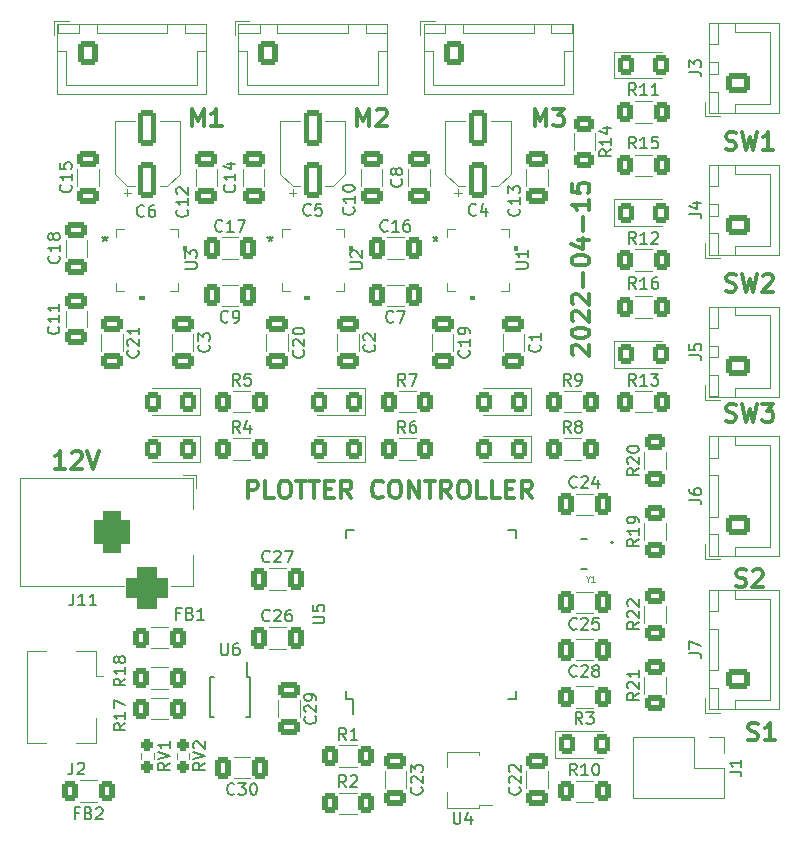
<source format=gto>
%TF.GenerationSoftware,KiCad,Pcbnew,(6.0.4)*%
%TF.CreationDate,2022-04-15T10:09:54+02:00*%
%TF.ProjectId,coaster,636f6173-7465-4722-9e6b-696361645f70,rev?*%
%TF.SameCoordinates,Original*%
%TF.FileFunction,Legend,Top*%
%TF.FilePolarity,Positive*%
%FSLAX46Y46*%
G04 Gerber Fmt 4.6, Leading zero omitted, Abs format (unit mm)*
G04 Created by KiCad (PCBNEW (6.0.4)) date 2022-04-15 10:09:54*
%MOMM*%
%LPD*%
G01*
G04 APERTURE LIST*
G04 Aperture macros list*
%AMRoundRect*
0 Rectangle with rounded corners*
0 $1 Rounding radius*
0 $2 $3 $4 $5 $6 $7 $8 $9 X,Y pos of 4 corners*
0 Add a 4 corners polygon primitive as box body*
4,1,4,$2,$3,$4,$5,$6,$7,$8,$9,$2,$3,0*
0 Add four circle primitives for the rounded corners*
1,1,$1+$1,$2,$3*
1,1,$1+$1,$4,$5*
1,1,$1+$1,$6,$7*
1,1,$1+$1,$8,$9*
0 Add four rect primitives between the rounded corners*
20,1,$1+$1,$2,$3,$4,$5,0*
20,1,$1+$1,$4,$5,$6,$7,0*
20,1,$1+$1,$6,$7,$8,$9,0*
20,1,$1+$1,$8,$9,$2,$3,0*%
%AMFreePoly0*
4,1,9,5.362500,-0.866500,1.237500,-0.866500,1.237500,-0.450000,-1.237500,-0.450000,-1.237500,0.450000,1.237500,0.450000,1.237500,0.866500,5.362500,0.866500,5.362500,-0.866500,5.362500,-0.866500,$1*%
G04 Aperture macros list end*
%ADD10C,0.300000*%
%ADD11C,0.150000*%
%ADD12C,0.120247*%
%ADD13C,0.120000*%
%ADD14C,0.100000*%
%ADD15C,0.127000*%
%ADD16C,0.200000*%
%ADD17RoundRect,0.250000X0.625000X-0.400000X0.625000X0.400000X-0.625000X0.400000X-0.625000X-0.400000X0*%
%ADD18RoundRect,0.250000X-0.650000X0.412500X-0.650000X-0.412500X0.650000X-0.412500X0.650000X0.412500X0*%
%ADD19RoundRect,0.250000X-0.412500X-0.650000X0.412500X-0.650000X0.412500X0.650000X-0.412500X0.650000X0*%
%ADD20RoundRect,0.250000X-0.400000X-0.625000X0.400000X-0.625000X0.400000X0.625000X-0.400000X0.625000X0*%
%ADD21RoundRect,0.250000X0.550000X-1.250000X0.550000X1.250000X-0.550000X1.250000X-0.550000X-1.250000X0*%
%ADD22RoundRect,0.250000X-0.600000X-0.725000X0.600000X-0.725000X0.600000X0.725000X-0.600000X0.725000X0*%
%ADD23O,1.700000X1.950000*%
%ADD24RoundRect,0.250000X0.412500X0.650000X-0.412500X0.650000X-0.412500X-0.650000X0.412500X-0.650000X0*%
%ADD25RoundRect,0.250000X0.400000X0.625000X-0.400000X0.625000X-0.400000X-0.625000X0.400000X-0.625000X0*%
%ADD26R,3.500000X3.500000*%
%ADD27RoundRect,0.750000X-0.750000X-1.000000X0.750000X-1.000000X0.750000X1.000000X-0.750000X1.000000X0*%
%ADD28RoundRect,0.875000X-0.875000X-0.875000X0.875000X-0.875000X0.875000X0.875000X-0.875000X0.875000X0*%
%ADD29R,3.098800X3.098800*%
%ADD30R,0.254800X0.909599*%
%ADD31R,0.909599X0.254800*%
%ADD32R,1.700000X1.700000*%
%ADD33O,1.700000X1.700000*%
%ADD34RoundRect,0.250000X0.650000X-0.412500X0.650000X0.412500X-0.650000X0.412500X-0.650000X-0.412500X0*%
%ADD35R,1.300000X1.100000*%
%ADD36RoundRect,0.250001X0.462499X0.624999X-0.462499X0.624999X-0.462499X-0.624999X0.462499X-0.624999X0*%
%ADD37RoundRect,0.250001X-0.462499X-0.624999X0.462499X-0.624999X0.462499X0.624999X-0.462499X0.624999X0*%
%ADD38R,1.500000X0.550000*%
%ADD39R,0.550000X1.500000*%
%ADD40R,0.300000X1.400000*%
%ADD41RoundRect,0.250000X0.750000X-0.600000X0.750000X0.600000X-0.750000X0.600000X-0.750000X-0.600000X0*%
%ADD42O,2.000000X1.700000*%
%ADD43RoundRect,0.237500X-0.237500X0.250000X-0.237500X-0.250000X0.237500X-0.250000X0.237500X0.250000X0*%
%ADD44R,2.300000X0.900000*%
%ADD45FreePoly0,180.000000*%
%ADD46RoundRect,0.250000X0.725000X-0.600000X0.725000X0.600000X-0.725000X0.600000X-0.725000X-0.600000X0*%
%ADD47O,1.950000X1.700000*%
%ADD48R,1.900000X1.800000*%
%ADD49R,1.900000X2.300000*%
%ADD50R,1.400000X0.400000*%
%ADD51RoundRect,0.250000X-0.625000X0.400000X-0.625000X-0.400000X0.625000X-0.400000X0.625000X0.400000X0*%
G04 APERTURE END LIST*
D10*
X152071428Y-67035714D02*
X152000000Y-66964285D01*
X151928571Y-66821428D01*
X151928571Y-66464285D01*
X152000000Y-66321428D01*
X152071428Y-66250000D01*
X152214285Y-66178571D01*
X152357142Y-66178571D01*
X152571428Y-66250000D01*
X153428571Y-67107142D01*
X153428571Y-66178571D01*
X151928571Y-65250000D02*
X151928571Y-65107142D01*
X152000000Y-64964285D01*
X152071428Y-64892857D01*
X152214285Y-64821428D01*
X152500000Y-64750000D01*
X152857142Y-64750000D01*
X153142857Y-64821428D01*
X153285714Y-64892857D01*
X153357142Y-64964285D01*
X153428571Y-65107142D01*
X153428571Y-65250000D01*
X153357142Y-65392857D01*
X153285714Y-65464285D01*
X153142857Y-65535714D01*
X152857142Y-65607142D01*
X152500000Y-65607142D01*
X152214285Y-65535714D01*
X152071428Y-65464285D01*
X152000000Y-65392857D01*
X151928571Y-65250000D01*
X152071428Y-64178571D02*
X152000000Y-64107142D01*
X151928571Y-63964285D01*
X151928571Y-63607142D01*
X152000000Y-63464285D01*
X152071428Y-63392857D01*
X152214285Y-63321428D01*
X152357142Y-63321428D01*
X152571428Y-63392857D01*
X153428571Y-64250000D01*
X153428571Y-63321428D01*
X152071428Y-62750000D02*
X152000000Y-62678571D01*
X151928571Y-62535714D01*
X151928571Y-62178571D01*
X152000000Y-62035714D01*
X152071428Y-61964285D01*
X152214285Y-61892857D01*
X152357142Y-61892857D01*
X152571428Y-61964285D01*
X153428571Y-62821428D01*
X153428571Y-61892857D01*
X152857142Y-61250000D02*
X152857142Y-60107142D01*
X151928571Y-59107142D02*
X151928571Y-58964285D01*
X152000000Y-58821428D01*
X152071428Y-58750000D01*
X152214285Y-58678571D01*
X152500000Y-58607142D01*
X152857142Y-58607142D01*
X153142857Y-58678571D01*
X153285714Y-58750000D01*
X153357142Y-58821428D01*
X153428571Y-58964285D01*
X153428571Y-59107142D01*
X153357142Y-59250000D01*
X153285714Y-59321428D01*
X153142857Y-59392857D01*
X152857142Y-59464285D01*
X152500000Y-59464285D01*
X152214285Y-59392857D01*
X152071428Y-59321428D01*
X152000000Y-59250000D01*
X151928571Y-59107142D01*
X152428571Y-57321428D02*
X153428571Y-57321428D01*
X151857142Y-57678571D02*
X152928571Y-58035714D01*
X152928571Y-57107142D01*
X152857142Y-56535714D02*
X152857142Y-55392857D01*
X153428571Y-53892857D02*
X153428571Y-54750000D01*
X153428571Y-54321428D02*
X151928571Y-54321428D01*
X152142857Y-54464285D01*
X152285714Y-54607142D01*
X152357142Y-54750000D01*
X151928571Y-52535714D02*
X151928571Y-53250000D01*
X152642857Y-53321428D01*
X152571428Y-53250000D01*
X152500000Y-53107142D01*
X152500000Y-52750000D01*
X152571428Y-52607142D01*
X152642857Y-52535714D01*
X152785714Y-52464285D01*
X153142857Y-52464285D01*
X153285714Y-52535714D01*
X153357142Y-52607142D01*
X153428571Y-52750000D01*
X153428571Y-53107142D01*
X153357142Y-53250000D01*
X153285714Y-53321428D01*
X124499999Y-79178571D02*
X124499999Y-77678571D01*
X125071428Y-77678571D01*
X125214285Y-77750000D01*
X125285714Y-77821428D01*
X125357142Y-77964285D01*
X125357142Y-78178571D01*
X125285714Y-78321428D01*
X125214285Y-78392857D01*
X125071428Y-78464285D01*
X124499999Y-78464285D01*
X126714285Y-79178571D02*
X125999999Y-79178571D01*
X125999999Y-77678571D01*
X127499999Y-77678571D02*
X127785714Y-77678571D01*
X127928571Y-77750000D01*
X128071428Y-77892857D01*
X128142857Y-78178571D01*
X128142857Y-78678571D01*
X128071428Y-78964285D01*
X127928571Y-79107142D01*
X127785714Y-79178571D01*
X127499999Y-79178571D01*
X127357142Y-79107142D01*
X127214285Y-78964285D01*
X127142857Y-78678571D01*
X127142857Y-78178571D01*
X127214285Y-77892857D01*
X127357142Y-77750000D01*
X127499999Y-77678571D01*
X128571428Y-77678571D02*
X129428571Y-77678571D01*
X128999999Y-79178571D02*
X128999999Y-77678571D01*
X129714285Y-77678571D02*
X130571428Y-77678571D01*
X130142857Y-79178571D02*
X130142857Y-77678571D01*
X131071428Y-78392857D02*
X131571428Y-78392857D01*
X131785714Y-79178571D02*
X131071428Y-79178571D01*
X131071428Y-77678571D01*
X131785714Y-77678571D01*
X133285714Y-79178571D02*
X132785714Y-78464285D01*
X132428571Y-79178571D02*
X132428571Y-77678571D01*
X132999999Y-77678571D01*
X133142857Y-77750000D01*
X133214285Y-77821428D01*
X133285714Y-77964285D01*
X133285714Y-78178571D01*
X133214285Y-78321428D01*
X133142857Y-78392857D01*
X132999999Y-78464285D01*
X132428571Y-78464285D01*
X135928571Y-79035714D02*
X135857142Y-79107142D01*
X135642857Y-79178571D01*
X135500000Y-79178571D01*
X135285714Y-79107142D01*
X135142857Y-78964285D01*
X135071428Y-78821428D01*
X135000000Y-78535714D01*
X135000000Y-78321428D01*
X135071428Y-78035714D01*
X135142857Y-77892857D01*
X135285714Y-77750000D01*
X135500000Y-77678571D01*
X135642857Y-77678571D01*
X135857142Y-77750000D01*
X135928571Y-77821428D01*
X136857142Y-77678571D02*
X137142857Y-77678571D01*
X137285714Y-77750000D01*
X137428571Y-77892857D01*
X137500000Y-78178571D01*
X137500000Y-78678571D01*
X137428571Y-78964285D01*
X137285714Y-79107142D01*
X137142857Y-79178571D01*
X136857142Y-79178571D01*
X136714285Y-79107142D01*
X136571428Y-78964285D01*
X136500000Y-78678571D01*
X136500000Y-78178571D01*
X136571428Y-77892857D01*
X136714285Y-77750000D01*
X136857142Y-77678571D01*
X138142857Y-79178571D02*
X138142857Y-77678571D01*
X139000000Y-79178571D01*
X139000000Y-77678571D01*
X139500000Y-77678571D02*
X140357142Y-77678571D01*
X139928571Y-79178571D02*
X139928571Y-77678571D01*
X141714285Y-79178571D02*
X141214285Y-78464285D01*
X140857142Y-79178571D02*
X140857142Y-77678571D01*
X141428571Y-77678571D01*
X141571428Y-77750000D01*
X141642857Y-77821428D01*
X141714285Y-77964285D01*
X141714285Y-78178571D01*
X141642857Y-78321428D01*
X141571428Y-78392857D01*
X141428571Y-78464285D01*
X140857142Y-78464285D01*
X142642857Y-77678571D02*
X142928571Y-77678571D01*
X143071428Y-77750000D01*
X143214285Y-77892857D01*
X143285714Y-78178571D01*
X143285714Y-78678571D01*
X143214285Y-78964285D01*
X143071428Y-79107142D01*
X142928571Y-79178571D01*
X142642857Y-79178571D01*
X142500000Y-79107142D01*
X142357142Y-78964285D01*
X142285714Y-78678571D01*
X142285714Y-78178571D01*
X142357142Y-77892857D01*
X142500000Y-77750000D01*
X142642857Y-77678571D01*
X144642857Y-79178571D02*
X143928571Y-79178571D01*
X143928571Y-77678571D01*
X145857142Y-79178571D02*
X145142857Y-79178571D01*
X145142857Y-77678571D01*
X146357142Y-78392857D02*
X146857142Y-78392857D01*
X147071428Y-79178571D02*
X146357142Y-79178571D01*
X146357142Y-77678571D01*
X147071428Y-77678571D01*
X148571428Y-79178571D02*
X148071428Y-78464285D01*
X147714285Y-79178571D02*
X147714285Y-77678571D01*
X148285714Y-77678571D01*
X148428571Y-77750000D01*
X148500000Y-77821428D01*
X148571428Y-77964285D01*
X148571428Y-78178571D01*
X148500000Y-78321428D01*
X148428571Y-78392857D01*
X148285714Y-78464285D01*
X147714285Y-78464285D01*
X109071428Y-76678571D02*
X108214285Y-76678571D01*
X108642857Y-76678571D02*
X108642857Y-75178571D01*
X108500000Y-75392857D01*
X108357142Y-75535714D01*
X108214285Y-75607142D01*
X109642857Y-75321428D02*
X109714285Y-75250000D01*
X109857142Y-75178571D01*
X110214285Y-75178571D01*
X110357142Y-75250000D01*
X110428571Y-75321428D01*
X110500000Y-75464285D01*
X110500000Y-75607142D01*
X110428571Y-75821428D01*
X109571428Y-76678571D01*
X110500000Y-76678571D01*
X110928571Y-75178571D02*
X111428571Y-76678571D01*
X111928571Y-75178571D01*
X166857142Y-99607142D02*
X167071428Y-99678571D01*
X167428571Y-99678571D01*
X167571428Y-99607142D01*
X167642857Y-99535714D01*
X167714285Y-99392857D01*
X167714285Y-99250000D01*
X167642857Y-99107142D01*
X167571428Y-99035714D01*
X167428571Y-98964285D01*
X167142857Y-98892857D01*
X167000000Y-98821428D01*
X166928571Y-98750000D01*
X166857142Y-98607142D01*
X166857142Y-98464285D01*
X166928571Y-98321428D01*
X167000000Y-98250000D01*
X167142857Y-98178571D01*
X167500000Y-98178571D01*
X167714285Y-98250000D01*
X169142857Y-99678571D02*
X168285714Y-99678571D01*
X168714285Y-99678571D02*
X168714285Y-98178571D01*
X168571428Y-98392857D01*
X168428571Y-98535714D01*
X168285714Y-98607142D01*
X165857142Y-86607142D02*
X166071428Y-86678571D01*
X166428571Y-86678571D01*
X166571428Y-86607142D01*
X166642857Y-86535714D01*
X166714285Y-86392857D01*
X166714285Y-86250000D01*
X166642857Y-86107142D01*
X166571428Y-86035714D01*
X166428571Y-85964285D01*
X166142857Y-85892857D01*
X166000000Y-85821428D01*
X165928571Y-85750000D01*
X165857142Y-85607142D01*
X165857142Y-85464285D01*
X165928571Y-85321428D01*
X166000000Y-85250000D01*
X166142857Y-85178571D01*
X166500000Y-85178571D01*
X166714285Y-85250000D01*
X167285714Y-85321428D02*
X167357142Y-85250000D01*
X167500000Y-85178571D01*
X167857142Y-85178571D01*
X168000000Y-85250000D01*
X168071428Y-85321428D01*
X168142857Y-85464285D01*
X168142857Y-85607142D01*
X168071428Y-85821428D01*
X167214285Y-86678571D01*
X168142857Y-86678571D01*
X165000000Y-72607142D02*
X165214285Y-72678571D01*
X165571428Y-72678571D01*
X165714285Y-72607142D01*
X165785714Y-72535714D01*
X165857142Y-72392857D01*
X165857142Y-72250000D01*
X165785714Y-72107142D01*
X165714285Y-72035714D01*
X165571428Y-71964285D01*
X165285714Y-71892857D01*
X165142857Y-71821428D01*
X165071428Y-71750000D01*
X165000000Y-71607142D01*
X165000000Y-71464285D01*
X165071428Y-71321428D01*
X165142857Y-71250000D01*
X165285714Y-71178571D01*
X165642857Y-71178571D01*
X165857142Y-71250000D01*
X166357142Y-71178571D02*
X166714285Y-72678571D01*
X167000000Y-71607142D01*
X167285714Y-72678571D01*
X167642857Y-71178571D01*
X168071428Y-71178571D02*
X169000000Y-71178571D01*
X168500000Y-71750000D01*
X168714285Y-71750000D01*
X168857142Y-71821428D01*
X168928571Y-71892857D01*
X169000000Y-72035714D01*
X169000000Y-72392857D01*
X168928571Y-72535714D01*
X168857142Y-72607142D01*
X168714285Y-72678571D01*
X168285714Y-72678571D01*
X168142857Y-72607142D01*
X168071428Y-72535714D01*
X165000000Y-61607142D02*
X165214285Y-61678571D01*
X165571428Y-61678571D01*
X165714285Y-61607142D01*
X165785714Y-61535714D01*
X165857142Y-61392857D01*
X165857142Y-61250000D01*
X165785714Y-61107142D01*
X165714285Y-61035714D01*
X165571428Y-60964285D01*
X165285714Y-60892857D01*
X165142857Y-60821428D01*
X165071428Y-60750000D01*
X165000000Y-60607142D01*
X165000000Y-60464285D01*
X165071428Y-60321428D01*
X165142857Y-60250000D01*
X165285714Y-60178571D01*
X165642857Y-60178571D01*
X165857142Y-60250000D01*
X166357142Y-60178571D02*
X166714285Y-61678571D01*
X167000000Y-60607142D01*
X167285714Y-61678571D01*
X167642857Y-60178571D01*
X168142857Y-60321428D02*
X168214285Y-60250000D01*
X168357142Y-60178571D01*
X168714285Y-60178571D01*
X168857142Y-60250000D01*
X168928571Y-60321428D01*
X169000000Y-60464285D01*
X169000000Y-60607142D01*
X168928571Y-60821428D01*
X168071428Y-61678571D01*
X169000000Y-61678571D01*
X165000000Y-49607142D02*
X165214285Y-49678571D01*
X165571428Y-49678571D01*
X165714285Y-49607142D01*
X165785714Y-49535714D01*
X165857142Y-49392857D01*
X165857142Y-49250000D01*
X165785714Y-49107142D01*
X165714285Y-49035714D01*
X165571428Y-48964285D01*
X165285714Y-48892857D01*
X165142857Y-48821428D01*
X165071428Y-48750000D01*
X165000000Y-48607142D01*
X165000000Y-48464285D01*
X165071428Y-48321428D01*
X165142857Y-48250000D01*
X165285714Y-48178571D01*
X165642857Y-48178571D01*
X165857142Y-48250000D01*
X166357142Y-48178571D02*
X166714285Y-49678571D01*
X167000000Y-48607142D01*
X167285714Y-49678571D01*
X167642857Y-48178571D01*
X169000000Y-49678571D02*
X168142857Y-49678571D01*
X168571428Y-49678571D02*
X168571428Y-48178571D01*
X168428571Y-48392857D01*
X168285714Y-48535714D01*
X168142857Y-48607142D01*
X148785714Y-47678571D02*
X148785714Y-46178571D01*
X149285714Y-47250000D01*
X149785714Y-46178571D01*
X149785714Y-47678571D01*
X150357142Y-46178571D02*
X151285714Y-46178571D01*
X150785714Y-46750000D01*
X151000000Y-46750000D01*
X151142857Y-46821428D01*
X151214285Y-46892857D01*
X151285714Y-47035714D01*
X151285714Y-47392857D01*
X151214285Y-47535714D01*
X151142857Y-47607142D01*
X151000000Y-47678571D01*
X150571428Y-47678571D01*
X150428571Y-47607142D01*
X150357142Y-47535714D01*
X133785714Y-47678571D02*
X133785714Y-46178571D01*
X134285714Y-47250000D01*
X134785714Y-46178571D01*
X134785714Y-47678571D01*
X135428571Y-46321428D02*
X135500000Y-46250000D01*
X135642857Y-46178571D01*
X136000000Y-46178571D01*
X136142857Y-46250000D01*
X136214285Y-46321428D01*
X136285714Y-46464285D01*
X136285714Y-46607142D01*
X136214285Y-46821428D01*
X135357142Y-47678571D01*
X136285714Y-47678571D01*
X119785714Y-47678571D02*
X119785714Y-46178571D01*
X120285714Y-47250000D01*
X120785714Y-46178571D01*
X120785714Y-47678571D01*
X122285714Y-47678571D02*
X121428571Y-47678571D01*
X121857142Y-47678571D02*
X121857142Y-46178571D01*
X121714285Y-46392857D01*
X121571428Y-46535714D01*
X121428571Y-46607142D01*
D11*
%TO.C,R20*%
X157632380Y-76642857D02*
X157156190Y-76976190D01*
X157632380Y-77214285D02*
X156632380Y-77214285D01*
X156632380Y-76833333D01*
X156680000Y-76738095D01*
X156727619Y-76690476D01*
X156822857Y-76642857D01*
X156965714Y-76642857D01*
X157060952Y-76690476D01*
X157108571Y-76738095D01*
X157156190Y-76833333D01*
X157156190Y-77214285D01*
X156727619Y-76261904D02*
X156680000Y-76214285D01*
X156632380Y-76119047D01*
X156632380Y-75880952D01*
X156680000Y-75785714D01*
X156727619Y-75738095D01*
X156822857Y-75690476D01*
X156918095Y-75690476D01*
X157060952Y-75738095D01*
X157632380Y-76309523D01*
X157632380Y-75690476D01*
X156632380Y-75071428D02*
X156632380Y-74976190D01*
X156680000Y-74880952D01*
X156727619Y-74833333D01*
X156822857Y-74785714D01*
X157013333Y-74738095D01*
X157251428Y-74738095D01*
X157441904Y-74785714D01*
X157537142Y-74833333D01*
X157584761Y-74880952D01*
X157632380Y-74976190D01*
X157632380Y-75071428D01*
X157584761Y-75166666D01*
X157537142Y-75214285D01*
X157441904Y-75261904D01*
X157251428Y-75309523D01*
X157013333Y-75309523D01*
X156822857Y-75261904D01*
X156727619Y-75214285D01*
X156680000Y-75166666D01*
X156632380Y-75071428D01*
%TO.C,C1*%
X149207142Y-66166666D02*
X149254761Y-66214285D01*
X149302380Y-66357142D01*
X149302380Y-66452380D01*
X149254761Y-66595238D01*
X149159523Y-66690476D01*
X149064285Y-66738095D01*
X148873809Y-66785714D01*
X148730952Y-66785714D01*
X148540476Y-66738095D01*
X148445238Y-66690476D01*
X148350000Y-66595238D01*
X148302380Y-66452380D01*
X148302380Y-66357142D01*
X148350000Y-66214285D01*
X148397619Y-66166666D01*
X149302380Y-65214285D02*
X149302380Y-65785714D01*
X149302380Y-65500000D02*
X148302380Y-65500000D01*
X148445238Y-65595238D01*
X148540476Y-65690476D01*
X148588095Y-65785714D01*
%TO.C,C20*%
X129207142Y-66642857D02*
X129254761Y-66690476D01*
X129302380Y-66833333D01*
X129302380Y-66928571D01*
X129254761Y-67071428D01*
X129159523Y-67166666D01*
X129064285Y-67214285D01*
X128873809Y-67261904D01*
X128730952Y-67261904D01*
X128540476Y-67214285D01*
X128445238Y-67166666D01*
X128350000Y-67071428D01*
X128302380Y-66928571D01*
X128302380Y-66833333D01*
X128350000Y-66690476D01*
X128397619Y-66642857D01*
X128397619Y-66261904D02*
X128350000Y-66214285D01*
X128302380Y-66119047D01*
X128302380Y-65880952D01*
X128350000Y-65785714D01*
X128397619Y-65738095D01*
X128492857Y-65690476D01*
X128588095Y-65690476D01*
X128730952Y-65738095D01*
X129302380Y-66309523D01*
X129302380Y-65690476D01*
X128302380Y-65071428D02*
X128302380Y-64976190D01*
X128350000Y-64880952D01*
X128397619Y-64833333D01*
X128492857Y-64785714D01*
X128683333Y-64738095D01*
X128921428Y-64738095D01*
X129111904Y-64785714D01*
X129207142Y-64833333D01*
X129254761Y-64880952D01*
X129302380Y-64976190D01*
X129302380Y-65071428D01*
X129254761Y-65166666D01*
X129207142Y-65214285D01*
X129111904Y-65261904D01*
X128921428Y-65309523D01*
X128683333Y-65309523D01*
X128492857Y-65261904D01*
X128397619Y-65214285D01*
X128350000Y-65166666D01*
X128302380Y-65071428D01*
%TO.C,C29*%
X130207142Y-97642857D02*
X130254761Y-97690476D01*
X130302380Y-97833333D01*
X130302380Y-97928571D01*
X130254761Y-98071428D01*
X130159523Y-98166666D01*
X130064285Y-98214285D01*
X129873809Y-98261904D01*
X129730952Y-98261904D01*
X129540476Y-98214285D01*
X129445238Y-98166666D01*
X129350000Y-98071428D01*
X129302380Y-97928571D01*
X129302380Y-97833333D01*
X129350000Y-97690476D01*
X129397619Y-97642857D01*
X129397619Y-97261904D02*
X129350000Y-97214285D01*
X129302380Y-97119047D01*
X129302380Y-96880952D01*
X129350000Y-96785714D01*
X129397619Y-96738095D01*
X129492857Y-96690476D01*
X129588095Y-96690476D01*
X129730952Y-96738095D01*
X130302380Y-97309523D01*
X130302380Y-96690476D01*
X130302380Y-96214285D02*
X130302380Y-96023809D01*
X130254761Y-95928571D01*
X130207142Y-95880952D01*
X130064285Y-95785714D01*
X129873809Y-95738095D01*
X129492857Y-95738095D01*
X129397619Y-95785714D01*
X129350000Y-95833333D01*
X129302380Y-95928571D01*
X129302380Y-96119047D01*
X129350000Y-96214285D01*
X129397619Y-96261904D01*
X129492857Y-96309523D01*
X129730952Y-96309523D01*
X129826190Y-96261904D01*
X129873809Y-96214285D01*
X129921428Y-96119047D01*
X129921428Y-95928571D01*
X129873809Y-95833333D01*
X129826190Y-95785714D01*
X129730952Y-95738095D01*
%TO.C,C26*%
X126357142Y-89507142D02*
X126309523Y-89554761D01*
X126166666Y-89602380D01*
X126071428Y-89602380D01*
X125928571Y-89554761D01*
X125833333Y-89459523D01*
X125785714Y-89364285D01*
X125738095Y-89173809D01*
X125738095Y-89030952D01*
X125785714Y-88840476D01*
X125833333Y-88745238D01*
X125928571Y-88650000D01*
X126071428Y-88602380D01*
X126166666Y-88602380D01*
X126309523Y-88650000D01*
X126357142Y-88697619D01*
X126738095Y-88697619D02*
X126785714Y-88650000D01*
X126880952Y-88602380D01*
X127119047Y-88602380D01*
X127214285Y-88650000D01*
X127261904Y-88697619D01*
X127309523Y-88792857D01*
X127309523Y-88888095D01*
X127261904Y-89030952D01*
X126690476Y-89602380D01*
X127309523Y-89602380D01*
X128166666Y-88602380D02*
X127976190Y-88602380D01*
X127880952Y-88650000D01*
X127833333Y-88697619D01*
X127738095Y-88840476D01*
X127690476Y-89030952D01*
X127690476Y-89411904D01*
X127738095Y-89507142D01*
X127785714Y-89554761D01*
X127880952Y-89602380D01*
X128071428Y-89602380D01*
X128166666Y-89554761D01*
X128214285Y-89507142D01*
X128261904Y-89411904D01*
X128261904Y-89173809D01*
X128214285Y-89078571D01*
X128166666Y-89030952D01*
X128071428Y-88983333D01*
X127880952Y-88983333D01*
X127785714Y-89030952D01*
X127738095Y-89078571D01*
X127690476Y-89173809D01*
%TO.C,R5*%
X123833333Y-69632380D02*
X123500000Y-69156190D01*
X123261904Y-69632380D02*
X123261904Y-68632380D01*
X123642857Y-68632380D01*
X123738095Y-68680000D01*
X123785714Y-68727619D01*
X123833333Y-68822857D01*
X123833333Y-68965714D01*
X123785714Y-69060952D01*
X123738095Y-69108571D01*
X123642857Y-69156190D01*
X123261904Y-69156190D01*
X124738095Y-68632380D02*
X124261904Y-68632380D01*
X124214285Y-69108571D01*
X124261904Y-69060952D01*
X124357142Y-69013333D01*
X124595238Y-69013333D01*
X124690476Y-69060952D01*
X124738095Y-69108571D01*
X124785714Y-69203809D01*
X124785714Y-69441904D01*
X124738095Y-69537142D01*
X124690476Y-69584761D01*
X124595238Y-69632380D01*
X124357142Y-69632380D01*
X124261904Y-69584761D01*
X124214285Y-69537142D01*
%TO.C,C5*%
X129833333Y-55157142D02*
X129785714Y-55204761D01*
X129642857Y-55252380D01*
X129547619Y-55252380D01*
X129404761Y-55204761D01*
X129309523Y-55109523D01*
X129261904Y-55014285D01*
X129214285Y-54823809D01*
X129214285Y-54680952D01*
X129261904Y-54490476D01*
X129309523Y-54395238D01*
X129404761Y-54300000D01*
X129547619Y-54252380D01*
X129642857Y-54252380D01*
X129785714Y-54300000D01*
X129833333Y-54347619D01*
X130738095Y-54252380D02*
X130261904Y-54252380D01*
X130214285Y-54728571D01*
X130261904Y-54680952D01*
X130357142Y-54633333D01*
X130595238Y-54633333D01*
X130690476Y-54680952D01*
X130738095Y-54728571D01*
X130785714Y-54823809D01*
X130785714Y-55061904D01*
X130738095Y-55157142D01*
X130690476Y-55204761D01*
X130595238Y-55252380D01*
X130357142Y-55252380D01*
X130261904Y-55204761D01*
X130214285Y-55157142D01*
%TO.C,C11*%
X108457142Y-64642857D02*
X108504761Y-64690476D01*
X108552380Y-64833333D01*
X108552380Y-64928571D01*
X108504761Y-65071428D01*
X108409523Y-65166666D01*
X108314285Y-65214285D01*
X108123809Y-65261904D01*
X107980952Y-65261904D01*
X107790476Y-65214285D01*
X107695238Y-65166666D01*
X107600000Y-65071428D01*
X107552380Y-64928571D01*
X107552380Y-64833333D01*
X107600000Y-64690476D01*
X107647619Y-64642857D01*
X108552380Y-63690476D02*
X108552380Y-64261904D01*
X108552380Y-63976190D02*
X107552380Y-63976190D01*
X107695238Y-64071428D01*
X107790476Y-64166666D01*
X107838095Y-64261904D01*
X108552380Y-62738095D02*
X108552380Y-63309523D01*
X108552380Y-63023809D02*
X107552380Y-63023809D01*
X107695238Y-63119047D01*
X107790476Y-63214285D01*
X107838095Y-63309523D01*
%TO.C,C25*%
X152357142Y-90207142D02*
X152309523Y-90254761D01*
X152166666Y-90302380D01*
X152071428Y-90302380D01*
X151928571Y-90254761D01*
X151833333Y-90159523D01*
X151785714Y-90064285D01*
X151738095Y-89873809D01*
X151738095Y-89730952D01*
X151785714Y-89540476D01*
X151833333Y-89445238D01*
X151928571Y-89350000D01*
X152071428Y-89302380D01*
X152166666Y-89302380D01*
X152309523Y-89350000D01*
X152357142Y-89397619D01*
X152738095Y-89397619D02*
X152785714Y-89350000D01*
X152880952Y-89302380D01*
X153119047Y-89302380D01*
X153214285Y-89350000D01*
X153261904Y-89397619D01*
X153309523Y-89492857D01*
X153309523Y-89588095D01*
X153261904Y-89730952D01*
X152690476Y-90302380D01*
X153309523Y-90302380D01*
X154214285Y-89302380D02*
X153738095Y-89302380D01*
X153690476Y-89778571D01*
X153738095Y-89730952D01*
X153833333Y-89683333D01*
X154071428Y-89683333D01*
X154166666Y-89730952D01*
X154214285Y-89778571D01*
X154261904Y-89873809D01*
X154261904Y-90111904D01*
X154214285Y-90207142D01*
X154166666Y-90254761D01*
X154071428Y-90302380D01*
X153833333Y-90302380D01*
X153738095Y-90254761D01*
X153690476Y-90207142D01*
%TO.C,FB1*%
X118766666Y-88928571D02*
X118433333Y-88928571D01*
X118433333Y-89452380D02*
X118433333Y-88452380D01*
X118909523Y-88452380D01*
X119623809Y-88928571D02*
X119766666Y-88976190D01*
X119814285Y-89023809D01*
X119861904Y-89119047D01*
X119861904Y-89261904D01*
X119814285Y-89357142D01*
X119766666Y-89404761D01*
X119671428Y-89452380D01*
X119290476Y-89452380D01*
X119290476Y-88452380D01*
X119623809Y-88452380D01*
X119719047Y-88500000D01*
X119766666Y-88547619D01*
X119814285Y-88642857D01*
X119814285Y-88738095D01*
X119766666Y-88833333D01*
X119719047Y-88880952D01*
X119623809Y-88928571D01*
X119290476Y-88928571D01*
X120814285Y-89452380D02*
X120242857Y-89452380D01*
X120528571Y-89452380D02*
X120528571Y-88452380D01*
X120433333Y-88595238D01*
X120338095Y-88690476D01*
X120242857Y-88738095D01*
%TO.C,J11*%
X109740476Y-87244880D02*
X109740476Y-87959166D01*
X109692857Y-88102023D01*
X109597619Y-88197261D01*
X109454761Y-88244880D01*
X109359523Y-88244880D01*
X110740476Y-88244880D02*
X110169047Y-88244880D01*
X110454761Y-88244880D02*
X110454761Y-87244880D01*
X110359523Y-87387738D01*
X110264285Y-87482976D01*
X110169047Y-87530595D01*
X111692857Y-88244880D02*
X111121428Y-88244880D01*
X111407142Y-88244880D02*
X111407142Y-87244880D01*
X111311904Y-87387738D01*
X111216666Y-87482976D01*
X111121428Y-87530595D01*
%TO.C,C24*%
X152357142Y-78207142D02*
X152309523Y-78254761D01*
X152166666Y-78302380D01*
X152071428Y-78302380D01*
X151928571Y-78254761D01*
X151833333Y-78159523D01*
X151785714Y-78064285D01*
X151738095Y-77873809D01*
X151738095Y-77730952D01*
X151785714Y-77540476D01*
X151833333Y-77445238D01*
X151928571Y-77350000D01*
X152071428Y-77302380D01*
X152166666Y-77302380D01*
X152309523Y-77350000D01*
X152357142Y-77397619D01*
X152738095Y-77397619D02*
X152785714Y-77350000D01*
X152880952Y-77302380D01*
X153119047Y-77302380D01*
X153214285Y-77350000D01*
X153261904Y-77397619D01*
X153309523Y-77492857D01*
X153309523Y-77588095D01*
X153261904Y-77730952D01*
X152690476Y-78302380D01*
X153309523Y-78302380D01*
X154166666Y-77635714D02*
X154166666Y-78302380D01*
X153928571Y-77254761D02*
X153690476Y-77969047D01*
X154309523Y-77969047D01*
%TO.C,C21*%
X115207142Y-66642857D02*
X115254761Y-66690476D01*
X115302380Y-66833333D01*
X115302380Y-66928571D01*
X115254761Y-67071428D01*
X115159523Y-67166666D01*
X115064285Y-67214285D01*
X114873809Y-67261904D01*
X114730952Y-67261904D01*
X114540476Y-67214285D01*
X114445238Y-67166666D01*
X114350000Y-67071428D01*
X114302380Y-66928571D01*
X114302380Y-66833333D01*
X114350000Y-66690476D01*
X114397619Y-66642857D01*
X114397619Y-66261904D02*
X114350000Y-66214285D01*
X114302380Y-66119047D01*
X114302380Y-65880952D01*
X114350000Y-65785714D01*
X114397619Y-65738095D01*
X114492857Y-65690476D01*
X114588095Y-65690476D01*
X114730952Y-65738095D01*
X115302380Y-66309523D01*
X115302380Y-65690476D01*
X115302380Y-64738095D02*
X115302380Y-65309523D01*
X115302380Y-65023809D02*
X114302380Y-65023809D01*
X114445238Y-65119047D01*
X114540476Y-65214285D01*
X114588095Y-65309523D01*
%TO.C,U3*%
X119202380Y-59761904D02*
X120011904Y-59761904D01*
X120107142Y-59714285D01*
X120154761Y-59666666D01*
X120202380Y-59571428D01*
X120202380Y-59380952D01*
X120154761Y-59285714D01*
X120107142Y-59238095D01*
X120011904Y-59190476D01*
X119202380Y-59190476D01*
X119202380Y-58809523D02*
X119202380Y-58190476D01*
X119583333Y-58523809D01*
X119583333Y-58380952D01*
X119630952Y-58285714D01*
X119678571Y-58238095D01*
X119773809Y-58190476D01*
X120011904Y-58190476D01*
X120107142Y-58238095D01*
X120154761Y-58285714D01*
X120202380Y-58380952D01*
X120202380Y-58666666D01*
X120154761Y-58761904D01*
X120107142Y-58809523D01*
X112410700Y-56952380D02*
X112410700Y-57190476D01*
X112172604Y-57095238D02*
X112410700Y-57190476D01*
X112648795Y-57095238D01*
X112267842Y-57380952D02*
X112410700Y-57190476D01*
X112553557Y-57380952D01*
%TO.C,J1*%
X165307380Y-102328333D02*
X166021666Y-102328333D01*
X166164523Y-102375952D01*
X166259761Y-102471190D01*
X166307380Y-102614047D01*
X166307380Y-102709285D01*
X166307380Y-101328333D02*
X166307380Y-101899761D01*
X166307380Y-101614047D02*
X165307380Y-101614047D01*
X165450238Y-101709285D01*
X165545476Y-101804523D01*
X165593095Y-101899761D01*
%TO.C,C22*%
X147507142Y-103642857D02*
X147554761Y-103690476D01*
X147602380Y-103833333D01*
X147602380Y-103928571D01*
X147554761Y-104071428D01*
X147459523Y-104166666D01*
X147364285Y-104214285D01*
X147173809Y-104261904D01*
X147030952Y-104261904D01*
X146840476Y-104214285D01*
X146745238Y-104166666D01*
X146650000Y-104071428D01*
X146602380Y-103928571D01*
X146602380Y-103833333D01*
X146650000Y-103690476D01*
X146697619Y-103642857D01*
X146697619Y-103261904D02*
X146650000Y-103214285D01*
X146602380Y-103119047D01*
X146602380Y-102880952D01*
X146650000Y-102785714D01*
X146697619Y-102738095D01*
X146792857Y-102690476D01*
X146888095Y-102690476D01*
X147030952Y-102738095D01*
X147602380Y-103309523D01*
X147602380Y-102690476D01*
X146697619Y-102309523D02*
X146650000Y-102261904D01*
X146602380Y-102166666D01*
X146602380Y-101928571D01*
X146650000Y-101833333D01*
X146697619Y-101785714D01*
X146792857Y-101738095D01*
X146888095Y-101738095D01*
X147030952Y-101785714D01*
X147602380Y-102357142D01*
X147602380Y-101738095D01*
%TO.C,C3*%
X121207142Y-66166666D02*
X121254761Y-66214285D01*
X121302380Y-66357142D01*
X121302380Y-66452380D01*
X121254761Y-66595238D01*
X121159523Y-66690476D01*
X121064285Y-66738095D01*
X120873809Y-66785714D01*
X120730952Y-66785714D01*
X120540476Y-66738095D01*
X120445238Y-66690476D01*
X120350000Y-66595238D01*
X120302380Y-66452380D01*
X120302380Y-66357142D01*
X120350000Y-66214285D01*
X120397619Y-66166666D01*
X120302380Y-65833333D02*
X120302380Y-65214285D01*
X120683333Y-65547619D01*
X120683333Y-65404761D01*
X120730952Y-65309523D01*
X120778571Y-65261904D01*
X120873809Y-65214285D01*
X121111904Y-65214285D01*
X121207142Y-65261904D01*
X121254761Y-65309523D01*
X121302380Y-65404761D01*
X121302380Y-65690476D01*
X121254761Y-65785714D01*
X121207142Y-65833333D01*
D12*
%TO.C,Y1*%
X153298043Y-85997674D02*
X153298043Y-86226716D01*
X153137714Y-85745729D02*
X153298043Y-85997674D01*
X153458372Y-85745729D01*
X153870647Y-86226716D02*
X153595797Y-86226716D01*
X153733222Y-86226716D02*
X153733222Y-85745729D01*
X153687414Y-85814441D01*
X153641605Y-85860250D01*
X153595797Y-85883154D01*
D11*
%TO.C,U2*%
X133202380Y-59761904D02*
X134011904Y-59761904D01*
X134107142Y-59714285D01*
X134154761Y-59666666D01*
X134202380Y-59571428D01*
X134202380Y-59380952D01*
X134154761Y-59285714D01*
X134107142Y-59238095D01*
X134011904Y-59190476D01*
X133202380Y-59190476D01*
X133297619Y-58761904D02*
X133250000Y-58714285D01*
X133202380Y-58619047D01*
X133202380Y-58380952D01*
X133250000Y-58285714D01*
X133297619Y-58238095D01*
X133392857Y-58190476D01*
X133488095Y-58190476D01*
X133630952Y-58238095D01*
X134202380Y-58809523D01*
X134202380Y-58190476D01*
X126410700Y-56952380D02*
X126410700Y-57190476D01*
X126172604Y-57095238D02*
X126410700Y-57190476D01*
X126648795Y-57095238D01*
X126267842Y-57380952D02*
X126410700Y-57190476D01*
X126553557Y-57380952D01*
%TO.C,FB2*%
X110176666Y-105828571D02*
X109843333Y-105828571D01*
X109843333Y-106352380D02*
X109843333Y-105352380D01*
X110319523Y-105352380D01*
X111033809Y-105828571D02*
X111176666Y-105876190D01*
X111224285Y-105923809D01*
X111271904Y-106019047D01*
X111271904Y-106161904D01*
X111224285Y-106257142D01*
X111176666Y-106304761D01*
X111081428Y-106352380D01*
X110700476Y-106352380D01*
X110700476Y-105352380D01*
X111033809Y-105352380D01*
X111129047Y-105400000D01*
X111176666Y-105447619D01*
X111224285Y-105542857D01*
X111224285Y-105638095D01*
X111176666Y-105733333D01*
X111129047Y-105780952D01*
X111033809Y-105828571D01*
X110700476Y-105828571D01*
X111652857Y-105447619D02*
X111700476Y-105400000D01*
X111795714Y-105352380D01*
X112033809Y-105352380D01*
X112129047Y-105400000D01*
X112176666Y-105447619D01*
X112224285Y-105542857D01*
X112224285Y-105638095D01*
X112176666Y-105780952D01*
X111605238Y-106352380D01*
X112224285Y-106352380D01*
%TO.C,C27*%
X126357142Y-84507142D02*
X126309523Y-84554761D01*
X126166666Y-84602380D01*
X126071428Y-84602380D01*
X125928571Y-84554761D01*
X125833333Y-84459523D01*
X125785714Y-84364285D01*
X125738095Y-84173809D01*
X125738095Y-84030952D01*
X125785714Y-83840476D01*
X125833333Y-83745238D01*
X125928571Y-83650000D01*
X126071428Y-83602380D01*
X126166666Y-83602380D01*
X126309523Y-83650000D01*
X126357142Y-83697619D01*
X126738095Y-83697619D02*
X126785714Y-83650000D01*
X126880952Y-83602380D01*
X127119047Y-83602380D01*
X127214285Y-83650000D01*
X127261904Y-83697619D01*
X127309523Y-83792857D01*
X127309523Y-83888095D01*
X127261904Y-84030952D01*
X126690476Y-84602380D01*
X127309523Y-84602380D01*
X127642857Y-83602380D02*
X128309523Y-83602380D01*
X127880952Y-84602380D01*
%TO.C,R12*%
X157357142Y-57632380D02*
X157023809Y-57156190D01*
X156785714Y-57632380D02*
X156785714Y-56632380D01*
X157166666Y-56632380D01*
X157261904Y-56680000D01*
X157309523Y-56727619D01*
X157357142Y-56822857D01*
X157357142Y-56965714D01*
X157309523Y-57060952D01*
X157261904Y-57108571D01*
X157166666Y-57156190D01*
X156785714Y-57156190D01*
X158309523Y-57632380D02*
X157738095Y-57632380D01*
X158023809Y-57632380D02*
X158023809Y-56632380D01*
X157928571Y-56775238D01*
X157833333Y-56870476D01*
X157738095Y-56918095D01*
X158690476Y-56727619D02*
X158738095Y-56680000D01*
X158833333Y-56632380D01*
X159071428Y-56632380D01*
X159166666Y-56680000D01*
X159214285Y-56727619D01*
X159261904Y-56822857D01*
X159261904Y-56918095D01*
X159214285Y-57060952D01*
X158642857Y-57632380D01*
X159261904Y-57632380D01*
%TO.C,C6*%
X115733333Y-55257142D02*
X115685714Y-55304761D01*
X115542857Y-55352380D01*
X115447619Y-55352380D01*
X115304761Y-55304761D01*
X115209523Y-55209523D01*
X115161904Y-55114285D01*
X115114285Y-54923809D01*
X115114285Y-54780952D01*
X115161904Y-54590476D01*
X115209523Y-54495238D01*
X115304761Y-54400000D01*
X115447619Y-54352380D01*
X115542857Y-54352380D01*
X115685714Y-54400000D01*
X115733333Y-54447619D01*
X116590476Y-54352380D02*
X116400000Y-54352380D01*
X116304761Y-54400000D01*
X116257142Y-54447619D01*
X116161904Y-54590476D01*
X116114285Y-54780952D01*
X116114285Y-55161904D01*
X116161904Y-55257142D01*
X116209523Y-55304761D01*
X116304761Y-55352380D01*
X116495238Y-55352380D01*
X116590476Y-55304761D01*
X116638095Y-55257142D01*
X116685714Y-55161904D01*
X116685714Y-54923809D01*
X116638095Y-54828571D01*
X116590476Y-54780952D01*
X116495238Y-54733333D01*
X116304761Y-54733333D01*
X116209523Y-54780952D01*
X116161904Y-54828571D01*
X116114285Y-54923809D01*
%TO.C,C7*%
X136833333Y-64207142D02*
X136785714Y-64254761D01*
X136642857Y-64302380D01*
X136547619Y-64302380D01*
X136404761Y-64254761D01*
X136309523Y-64159523D01*
X136261904Y-64064285D01*
X136214285Y-63873809D01*
X136214285Y-63730952D01*
X136261904Y-63540476D01*
X136309523Y-63445238D01*
X136404761Y-63350000D01*
X136547619Y-63302380D01*
X136642857Y-63302380D01*
X136785714Y-63350000D01*
X136833333Y-63397619D01*
X137166666Y-63302380D02*
X137833333Y-63302380D01*
X137404761Y-64302380D01*
%TO.C,R2*%
X132833333Y-103632380D02*
X132500000Y-103156190D01*
X132261904Y-103632380D02*
X132261904Y-102632380D01*
X132642857Y-102632380D01*
X132738095Y-102680000D01*
X132785714Y-102727619D01*
X132833333Y-102822857D01*
X132833333Y-102965714D01*
X132785714Y-103060952D01*
X132738095Y-103108571D01*
X132642857Y-103156190D01*
X132261904Y-103156190D01*
X133214285Y-102727619D02*
X133261904Y-102680000D01*
X133357142Y-102632380D01*
X133595238Y-102632380D01*
X133690476Y-102680000D01*
X133738095Y-102727619D01*
X133785714Y-102822857D01*
X133785714Y-102918095D01*
X133738095Y-103060952D01*
X133166666Y-103632380D01*
X133785714Y-103632380D01*
%TO.C,C9*%
X122833333Y-64207142D02*
X122785714Y-64254761D01*
X122642857Y-64302380D01*
X122547619Y-64302380D01*
X122404761Y-64254761D01*
X122309523Y-64159523D01*
X122261904Y-64064285D01*
X122214285Y-63873809D01*
X122214285Y-63730952D01*
X122261904Y-63540476D01*
X122309523Y-63445238D01*
X122404761Y-63350000D01*
X122547619Y-63302380D01*
X122642857Y-63302380D01*
X122785714Y-63350000D01*
X122833333Y-63397619D01*
X123309523Y-64302380D02*
X123500000Y-64302380D01*
X123595238Y-64254761D01*
X123642857Y-64207142D01*
X123738095Y-64064285D01*
X123785714Y-63873809D01*
X123785714Y-63492857D01*
X123738095Y-63397619D01*
X123690476Y-63350000D01*
X123595238Y-63302380D01*
X123404761Y-63302380D01*
X123309523Y-63350000D01*
X123261904Y-63397619D01*
X123214285Y-63492857D01*
X123214285Y-63730952D01*
X123261904Y-63826190D01*
X123309523Y-63873809D01*
X123404761Y-63921428D01*
X123595238Y-63921428D01*
X123690476Y-63873809D01*
X123738095Y-63826190D01*
X123785714Y-63730952D01*
%TO.C,R3*%
X152833333Y-98272380D02*
X152500000Y-97796190D01*
X152261904Y-98272380D02*
X152261904Y-97272380D01*
X152642857Y-97272380D01*
X152738095Y-97320000D01*
X152785714Y-97367619D01*
X152833333Y-97462857D01*
X152833333Y-97605714D01*
X152785714Y-97700952D01*
X152738095Y-97748571D01*
X152642857Y-97796190D01*
X152261904Y-97796190D01*
X153166666Y-97272380D02*
X153785714Y-97272380D01*
X153452380Y-97653333D01*
X153595238Y-97653333D01*
X153690476Y-97700952D01*
X153738095Y-97748571D01*
X153785714Y-97843809D01*
X153785714Y-98081904D01*
X153738095Y-98177142D01*
X153690476Y-98224761D01*
X153595238Y-98272380D01*
X153309523Y-98272380D01*
X153214285Y-98224761D01*
X153166666Y-98177142D01*
%TO.C,C4*%
X143833333Y-55157142D02*
X143785714Y-55204761D01*
X143642857Y-55252380D01*
X143547619Y-55252380D01*
X143404761Y-55204761D01*
X143309523Y-55109523D01*
X143261904Y-55014285D01*
X143214285Y-54823809D01*
X143214285Y-54680952D01*
X143261904Y-54490476D01*
X143309523Y-54395238D01*
X143404761Y-54300000D01*
X143547619Y-54252380D01*
X143642857Y-54252380D01*
X143785714Y-54300000D01*
X143833333Y-54347619D01*
X144690476Y-54585714D02*
X144690476Y-55252380D01*
X144452380Y-54204761D02*
X144214285Y-54919047D01*
X144833333Y-54919047D01*
%TO.C,C2*%
X135207142Y-66166666D02*
X135254761Y-66214285D01*
X135302380Y-66357142D01*
X135302380Y-66452380D01*
X135254761Y-66595238D01*
X135159523Y-66690476D01*
X135064285Y-66738095D01*
X134873809Y-66785714D01*
X134730952Y-66785714D01*
X134540476Y-66738095D01*
X134445238Y-66690476D01*
X134350000Y-66595238D01*
X134302380Y-66452380D01*
X134302380Y-66357142D01*
X134350000Y-66214285D01*
X134397619Y-66166666D01*
X134397619Y-65785714D02*
X134350000Y-65738095D01*
X134302380Y-65642857D01*
X134302380Y-65404761D01*
X134350000Y-65309523D01*
X134397619Y-65261904D01*
X134492857Y-65214285D01*
X134588095Y-65214285D01*
X134730952Y-65261904D01*
X135302380Y-65833333D01*
X135302380Y-65214285D01*
%TO.C,C18*%
X108507142Y-58642857D02*
X108554761Y-58690476D01*
X108602380Y-58833333D01*
X108602380Y-58928571D01*
X108554761Y-59071428D01*
X108459523Y-59166666D01*
X108364285Y-59214285D01*
X108173809Y-59261904D01*
X108030952Y-59261904D01*
X107840476Y-59214285D01*
X107745238Y-59166666D01*
X107650000Y-59071428D01*
X107602380Y-58928571D01*
X107602380Y-58833333D01*
X107650000Y-58690476D01*
X107697619Y-58642857D01*
X108602380Y-57690476D02*
X108602380Y-58261904D01*
X108602380Y-57976190D02*
X107602380Y-57976190D01*
X107745238Y-58071428D01*
X107840476Y-58166666D01*
X107888095Y-58261904D01*
X108030952Y-57119047D02*
X107983333Y-57214285D01*
X107935714Y-57261904D01*
X107840476Y-57309523D01*
X107792857Y-57309523D01*
X107697619Y-57261904D01*
X107650000Y-57214285D01*
X107602380Y-57119047D01*
X107602380Y-56928571D01*
X107650000Y-56833333D01*
X107697619Y-56785714D01*
X107792857Y-56738095D01*
X107840476Y-56738095D01*
X107935714Y-56785714D01*
X107983333Y-56833333D01*
X108030952Y-56928571D01*
X108030952Y-57119047D01*
X108078571Y-57214285D01*
X108126190Y-57261904D01*
X108221428Y-57309523D01*
X108411904Y-57309523D01*
X108507142Y-57261904D01*
X108554761Y-57214285D01*
X108602380Y-57119047D01*
X108602380Y-56928571D01*
X108554761Y-56833333D01*
X108507142Y-56785714D01*
X108411904Y-56738095D01*
X108221428Y-56738095D01*
X108126190Y-56785714D01*
X108078571Y-56833333D01*
X108030952Y-56928571D01*
%TO.C,R4*%
X123833333Y-73632380D02*
X123500000Y-73156190D01*
X123261904Y-73632380D02*
X123261904Y-72632380D01*
X123642857Y-72632380D01*
X123738095Y-72680000D01*
X123785714Y-72727619D01*
X123833333Y-72822857D01*
X123833333Y-72965714D01*
X123785714Y-73060952D01*
X123738095Y-73108571D01*
X123642857Y-73156190D01*
X123261904Y-73156190D01*
X124690476Y-72965714D02*
X124690476Y-73632380D01*
X124452380Y-72584761D02*
X124214285Y-73299047D01*
X124833333Y-73299047D01*
%TO.C,R15*%
X157357142Y-49552380D02*
X157023809Y-49076190D01*
X156785714Y-49552380D02*
X156785714Y-48552380D01*
X157166666Y-48552380D01*
X157261904Y-48600000D01*
X157309523Y-48647619D01*
X157357142Y-48742857D01*
X157357142Y-48885714D01*
X157309523Y-48980952D01*
X157261904Y-49028571D01*
X157166666Y-49076190D01*
X156785714Y-49076190D01*
X158309523Y-49552380D02*
X157738095Y-49552380D01*
X158023809Y-49552380D02*
X158023809Y-48552380D01*
X157928571Y-48695238D01*
X157833333Y-48790476D01*
X157738095Y-48838095D01*
X159214285Y-48552380D02*
X158738095Y-48552380D01*
X158690476Y-49028571D01*
X158738095Y-48980952D01*
X158833333Y-48933333D01*
X159071428Y-48933333D01*
X159166666Y-48980952D01*
X159214285Y-49028571D01*
X159261904Y-49123809D01*
X159261904Y-49361904D01*
X159214285Y-49457142D01*
X159166666Y-49504761D01*
X159071428Y-49552380D01*
X158833333Y-49552380D01*
X158738095Y-49504761D01*
X158690476Y-49457142D01*
%TO.C,R1*%
X132833333Y-99632380D02*
X132500000Y-99156190D01*
X132261904Y-99632380D02*
X132261904Y-98632380D01*
X132642857Y-98632380D01*
X132738095Y-98680000D01*
X132785714Y-98727619D01*
X132833333Y-98822857D01*
X132833333Y-98965714D01*
X132785714Y-99060952D01*
X132738095Y-99108571D01*
X132642857Y-99156190D01*
X132261904Y-99156190D01*
X133785714Y-99632380D02*
X133214285Y-99632380D01*
X133500000Y-99632380D02*
X133500000Y-98632380D01*
X133404761Y-98775238D01*
X133309523Y-98870476D01*
X133214285Y-98918095D01*
%TO.C,U5*%
X130002380Y-89761904D02*
X130811904Y-89761904D01*
X130907142Y-89714285D01*
X130954761Y-89666666D01*
X131002380Y-89571428D01*
X131002380Y-89380952D01*
X130954761Y-89285714D01*
X130907142Y-89238095D01*
X130811904Y-89190476D01*
X130002380Y-89190476D01*
X130002380Y-88238095D02*
X130002380Y-88714285D01*
X130478571Y-88761904D01*
X130430952Y-88714285D01*
X130383333Y-88619047D01*
X130383333Y-88380952D01*
X130430952Y-88285714D01*
X130478571Y-88238095D01*
X130573809Y-88190476D01*
X130811904Y-88190476D01*
X130907142Y-88238095D01*
X130954761Y-88285714D01*
X131002380Y-88380952D01*
X131002380Y-88619047D01*
X130954761Y-88714285D01*
X130907142Y-88761904D01*
%TO.C,C23*%
X139207142Y-103642857D02*
X139254761Y-103690476D01*
X139302380Y-103833333D01*
X139302380Y-103928571D01*
X139254761Y-104071428D01*
X139159523Y-104166666D01*
X139064285Y-104214285D01*
X138873809Y-104261904D01*
X138730952Y-104261904D01*
X138540476Y-104214285D01*
X138445238Y-104166666D01*
X138350000Y-104071428D01*
X138302380Y-103928571D01*
X138302380Y-103833333D01*
X138350000Y-103690476D01*
X138397619Y-103642857D01*
X138397619Y-103261904D02*
X138350000Y-103214285D01*
X138302380Y-103119047D01*
X138302380Y-102880952D01*
X138350000Y-102785714D01*
X138397619Y-102738095D01*
X138492857Y-102690476D01*
X138588095Y-102690476D01*
X138730952Y-102738095D01*
X139302380Y-103309523D01*
X139302380Y-102690476D01*
X138302380Y-102357142D02*
X138302380Y-101738095D01*
X138683333Y-102071428D01*
X138683333Y-101928571D01*
X138730952Y-101833333D01*
X138778571Y-101785714D01*
X138873809Y-101738095D01*
X139111904Y-101738095D01*
X139207142Y-101785714D01*
X139254761Y-101833333D01*
X139302380Y-101928571D01*
X139302380Y-102214285D01*
X139254761Y-102309523D01*
X139207142Y-102357142D01*
%TO.C,R9*%
X151833333Y-69632380D02*
X151500000Y-69156190D01*
X151261904Y-69632380D02*
X151261904Y-68632380D01*
X151642857Y-68632380D01*
X151738095Y-68680000D01*
X151785714Y-68727619D01*
X151833333Y-68822857D01*
X151833333Y-68965714D01*
X151785714Y-69060952D01*
X151738095Y-69108571D01*
X151642857Y-69156190D01*
X151261904Y-69156190D01*
X152309523Y-69632380D02*
X152500000Y-69632380D01*
X152595238Y-69584761D01*
X152642857Y-69537142D01*
X152738095Y-69394285D01*
X152785714Y-69203809D01*
X152785714Y-68822857D01*
X152738095Y-68727619D01*
X152690476Y-68680000D01*
X152595238Y-68632380D01*
X152404761Y-68632380D01*
X152309523Y-68680000D01*
X152261904Y-68727619D01*
X152214285Y-68822857D01*
X152214285Y-69060952D01*
X152261904Y-69156190D01*
X152309523Y-69203809D01*
X152404761Y-69251428D01*
X152595238Y-69251428D01*
X152690476Y-69203809D01*
X152738095Y-69156190D01*
X152785714Y-69060952D01*
%TO.C,C19*%
X143207142Y-66642857D02*
X143254761Y-66690476D01*
X143302380Y-66833333D01*
X143302380Y-66928571D01*
X143254761Y-67071428D01*
X143159523Y-67166666D01*
X143064285Y-67214285D01*
X142873809Y-67261904D01*
X142730952Y-67261904D01*
X142540476Y-67214285D01*
X142445238Y-67166666D01*
X142350000Y-67071428D01*
X142302380Y-66928571D01*
X142302380Y-66833333D01*
X142350000Y-66690476D01*
X142397619Y-66642857D01*
X143302380Y-65690476D02*
X143302380Y-66261904D01*
X143302380Y-65976190D02*
X142302380Y-65976190D01*
X142445238Y-66071428D01*
X142540476Y-66166666D01*
X142588095Y-66261904D01*
X143302380Y-65214285D02*
X143302380Y-65023809D01*
X143254761Y-64928571D01*
X143207142Y-64880952D01*
X143064285Y-64785714D01*
X142873809Y-64738095D01*
X142492857Y-64738095D01*
X142397619Y-64785714D01*
X142350000Y-64833333D01*
X142302380Y-64928571D01*
X142302380Y-65119047D01*
X142350000Y-65214285D01*
X142397619Y-65261904D01*
X142492857Y-65309523D01*
X142730952Y-65309523D01*
X142826190Y-65261904D01*
X142873809Y-65214285D01*
X142921428Y-65119047D01*
X142921428Y-64928571D01*
X142873809Y-64833333D01*
X142826190Y-64785714D01*
X142730952Y-64738095D01*
%TO.C,C17*%
X122357142Y-56507142D02*
X122309523Y-56554761D01*
X122166666Y-56602380D01*
X122071428Y-56602380D01*
X121928571Y-56554761D01*
X121833333Y-56459523D01*
X121785714Y-56364285D01*
X121738095Y-56173809D01*
X121738095Y-56030952D01*
X121785714Y-55840476D01*
X121833333Y-55745238D01*
X121928571Y-55650000D01*
X122071428Y-55602380D01*
X122166666Y-55602380D01*
X122309523Y-55650000D01*
X122357142Y-55697619D01*
X123309523Y-56602380D02*
X122738095Y-56602380D01*
X123023809Y-56602380D02*
X123023809Y-55602380D01*
X122928571Y-55745238D01*
X122833333Y-55840476D01*
X122738095Y-55888095D01*
X123642857Y-55602380D02*
X124309523Y-55602380D01*
X123880952Y-56602380D01*
%TO.C,U6*%
X122238095Y-91452380D02*
X122238095Y-92261904D01*
X122285714Y-92357142D01*
X122333333Y-92404761D01*
X122428571Y-92452380D01*
X122619047Y-92452380D01*
X122714285Y-92404761D01*
X122761904Y-92357142D01*
X122809523Y-92261904D01*
X122809523Y-91452380D01*
X123714285Y-91452380D02*
X123523809Y-91452380D01*
X123428571Y-91500000D01*
X123380952Y-91547619D01*
X123285714Y-91690476D01*
X123238095Y-91880952D01*
X123238095Y-92261904D01*
X123285714Y-92357142D01*
X123333333Y-92404761D01*
X123428571Y-92452380D01*
X123619047Y-92452380D01*
X123714285Y-92404761D01*
X123761904Y-92357142D01*
X123809523Y-92261904D01*
X123809523Y-92023809D01*
X123761904Y-91928571D01*
X123714285Y-91880952D01*
X123619047Y-91833333D01*
X123428571Y-91833333D01*
X123333333Y-91880952D01*
X123285714Y-91928571D01*
X123238095Y-92023809D01*
%TO.C,R7*%
X137833333Y-69632380D02*
X137500000Y-69156190D01*
X137261904Y-69632380D02*
X137261904Y-68632380D01*
X137642857Y-68632380D01*
X137738095Y-68680000D01*
X137785714Y-68727619D01*
X137833333Y-68822857D01*
X137833333Y-68965714D01*
X137785714Y-69060952D01*
X137738095Y-69108571D01*
X137642857Y-69156190D01*
X137261904Y-69156190D01*
X138166666Y-68632380D02*
X138833333Y-68632380D01*
X138404761Y-69632380D01*
%TO.C,C14*%
X123357142Y-52642857D02*
X123404761Y-52690476D01*
X123452380Y-52833333D01*
X123452380Y-52928571D01*
X123404761Y-53071428D01*
X123309523Y-53166666D01*
X123214285Y-53214285D01*
X123023809Y-53261904D01*
X122880952Y-53261904D01*
X122690476Y-53214285D01*
X122595238Y-53166666D01*
X122500000Y-53071428D01*
X122452380Y-52928571D01*
X122452380Y-52833333D01*
X122500000Y-52690476D01*
X122547619Y-52642857D01*
X123452380Y-51690476D02*
X123452380Y-52261904D01*
X123452380Y-51976190D02*
X122452380Y-51976190D01*
X122595238Y-52071428D01*
X122690476Y-52166666D01*
X122738095Y-52261904D01*
X122785714Y-50833333D02*
X123452380Y-50833333D01*
X122404761Y-51071428D02*
X123119047Y-51309523D01*
X123119047Y-50690476D01*
%TO.C,C28*%
X152357142Y-94207142D02*
X152309523Y-94254761D01*
X152166666Y-94302380D01*
X152071428Y-94302380D01*
X151928571Y-94254761D01*
X151833333Y-94159523D01*
X151785714Y-94064285D01*
X151738095Y-93873809D01*
X151738095Y-93730952D01*
X151785714Y-93540476D01*
X151833333Y-93445238D01*
X151928571Y-93350000D01*
X152071428Y-93302380D01*
X152166666Y-93302380D01*
X152309523Y-93350000D01*
X152357142Y-93397619D01*
X152738095Y-93397619D02*
X152785714Y-93350000D01*
X152880952Y-93302380D01*
X153119047Y-93302380D01*
X153214285Y-93350000D01*
X153261904Y-93397619D01*
X153309523Y-93492857D01*
X153309523Y-93588095D01*
X153261904Y-93730952D01*
X152690476Y-94302380D01*
X153309523Y-94302380D01*
X153880952Y-93730952D02*
X153785714Y-93683333D01*
X153738095Y-93635714D01*
X153690476Y-93540476D01*
X153690476Y-93492857D01*
X153738095Y-93397619D01*
X153785714Y-93350000D01*
X153880952Y-93302380D01*
X154071428Y-93302380D01*
X154166666Y-93350000D01*
X154214285Y-93397619D01*
X154261904Y-93492857D01*
X154261904Y-93540476D01*
X154214285Y-93635714D01*
X154166666Y-93683333D01*
X154071428Y-93730952D01*
X153880952Y-93730952D01*
X153785714Y-93778571D01*
X153738095Y-93826190D01*
X153690476Y-93921428D01*
X153690476Y-94111904D01*
X153738095Y-94207142D01*
X153785714Y-94254761D01*
X153880952Y-94302380D01*
X154071428Y-94302380D01*
X154166666Y-94254761D01*
X154214285Y-94207142D01*
X154261904Y-94111904D01*
X154261904Y-93921428D01*
X154214285Y-93826190D01*
X154166666Y-93778571D01*
X154071428Y-93730952D01*
%TO.C,J3*%
X161902380Y-43083333D02*
X162616666Y-43083333D01*
X162759523Y-43130952D01*
X162854761Y-43226190D01*
X162902380Y-43369047D01*
X162902380Y-43464285D01*
X161902380Y-42702380D02*
X161902380Y-42083333D01*
X162283333Y-42416666D01*
X162283333Y-42273809D01*
X162330952Y-42178571D01*
X162378571Y-42130952D01*
X162473809Y-42083333D01*
X162711904Y-42083333D01*
X162807142Y-42130952D01*
X162854761Y-42178571D01*
X162902380Y-42273809D01*
X162902380Y-42559523D01*
X162854761Y-42654761D01*
X162807142Y-42702380D01*
%TO.C,R8*%
X151833333Y-73632380D02*
X151500000Y-73156190D01*
X151261904Y-73632380D02*
X151261904Y-72632380D01*
X151642857Y-72632380D01*
X151738095Y-72680000D01*
X151785714Y-72727619D01*
X151833333Y-72822857D01*
X151833333Y-72965714D01*
X151785714Y-73060952D01*
X151738095Y-73108571D01*
X151642857Y-73156190D01*
X151261904Y-73156190D01*
X152404761Y-73060952D02*
X152309523Y-73013333D01*
X152261904Y-72965714D01*
X152214285Y-72870476D01*
X152214285Y-72822857D01*
X152261904Y-72727619D01*
X152309523Y-72680000D01*
X152404761Y-72632380D01*
X152595238Y-72632380D01*
X152690476Y-72680000D01*
X152738095Y-72727619D01*
X152785714Y-72822857D01*
X152785714Y-72870476D01*
X152738095Y-72965714D01*
X152690476Y-73013333D01*
X152595238Y-73060952D01*
X152404761Y-73060952D01*
X152309523Y-73108571D01*
X152261904Y-73156190D01*
X152214285Y-73251428D01*
X152214285Y-73441904D01*
X152261904Y-73537142D01*
X152309523Y-73584761D01*
X152404761Y-73632380D01*
X152595238Y-73632380D01*
X152690476Y-73584761D01*
X152738095Y-73537142D01*
X152785714Y-73441904D01*
X152785714Y-73251428D01*
X152738095Y-73156190D01*
X152690476Y-73108571D01*
X152595238Y-73060952D01*
%TO.C,J5*%
X161902380Y-67083333D02*
X162616666Y-67083333D01*
X162759523Y-67130952D01*
X162854761Y-67226190D01*
X162902380Y-67369047D01*
X162902380Y-67464285D01*
X161902380Y-66130952D02*
X161902380Y-66607142D01*
X162378571Y-66654761D01*
X162330952Y-66607142D01*
X162283333Y-66511904D01*
X162283333Y-66273809D01*
X162330952Y-66178571D01*
X162378571Y-66130952D01*
X162473809Y-66083333D01*
X162711904Y-66083333D01*
X162807142Y-66130952D01*
X162854761Y-66178571D01*
X162902380Y-66273809D01*
X162902380Y-66511904D01*
X162854761Y-66607142D01*
X162807142Y-66654761D01*
%TO.C,J4*%
X161902380Y-55083333D02*
X162616666Y-55083333D01*
X162759523Y-55130952D01*
X162854761Y-55226190D01*
X162902380Y-55369047D01*
X162902380Y-55464285D01*
X162235714Y-54178571D02*
X162902380Y-54178571D01*
X161854761Y-54416666D02*
X162569047Y-54654761D01*
X162569047Y-54035714D01*
%TO.C,C13*%
X147457142Y-54642857D02*
X147504761Y-54690476D01*
X147552380Y-54833333D01*
X147552380Y-54928571D01*
X147504761Y-55071428D01*
X147409523Y-55166666D01*
X147314285Y-55214285D01*
X147123809Y-55261904D01*
X146980952Y-55261904D01*
X146790476Y-55214285D01*
X146695238Y-55166666D01*
X146600000Y-55071428D01*
X146552380Y-54928571D01*
X146552380Y-54833333D01*
X146600000Y-54690476D01*
X146647619Y-54642857D01*
X147552380Y-53690476D02*
X147552380Y-54261904D01*
X147552380Y-53976190D02*
X146552380Y-53976190D01*
X146695238Y-54071428D01*
X146790476Y-54166666D01*
X146838095Y-54261904D01*
X146552380Y-53357142D02*
X146552380Y-52738095D01*
X146933333Y-53071428D01*
X146933333Y-52928571D01*
X146980952Y-52833333D01*
X147028571Y-52785714D01*
X147123809Y-52738095D01*
X147361904Y-52738095D01*
X147457142Y-52785714D01*
X147504761Y-52833333D01*
X147552380Y-52928571D01*
X147552380Y-53214285D01*
X147504761Y-53309523D01*
X147457142Y-53357142D01*
%TO.C,R21*%
X157632380Y-95642857D02*
X157156190Y-95976190D01*
X157632380Y-96214285D02*
X156632380Y-96214285D01*
X156632380Y-95833333D01*
X156680000Y-95738095D01*
X156727619Y-95690476D01*
X156822857Y-95642857D01*
X156965714Y-95642857D01*
X157060952Y-95690476D01*
X157108571Y-95738095D01*
X157156190Y-95833333D01*
X157156190Y-96214285D01*
X156727619Y-95261904D02*
X156680000Y-95214285D01*
X156632380Y-95119047D01*
X156632380Y-94880952D01*
X156680000Y-94785714D01*
X156727619Y-94738095D01*
X156822857Y-94690476D01*
X156918095Y-94690476D01*
X157060952Y-94738095D01*
X157632380Y-95309523D01*
X157632380Y-94690476D01*
X157632380Y-93738095D02*
X157632380Y-94309523D01*
X157632380Y-94023809D02*
X156632380Y-94023809D01*
X156775238Y-94119047D01*
X156870476Y-94214285D01*
X156918095Y-94309523D01*
%TO.C,R10*%
X152357142Y-102632380D02*
X152023809Y-102156190D01*
X151785714Y-102632380D02*
X151785714Y-101632380D01*
X152166666Y-101632380D01*
X152261904Y-101680000D01*
X152309523Y-101727619D01*
X152357142Y-101822857D01*
X152357142Y-101965714D01*
X152309523Y-102060952D01*
X152261904Y-102108571D01*
X152166666Y-102156190D01*
X151785714Y-102156190D01*
X153309523Y-102632380D02*
X152738095Y-102632380D01*
X153023809Y-102632380D02*
X153023809Y-101632380D01*
X152928571Y-101775238D01*
X152833333Y-101870476D01*
X152738095Y-101918095D01*
X153928571Y-101632380D02*
X154023809Y-101632380D01*
X154119047Y-101680000D01*
X154166666Y-101727619D01*
X154214285Y-101822857D01*
X154261904Y-102013333D01*
X154261904Y-102251428D01*
X154214285Y-102441904D01*
X154166666Y-102537142D01*
X154119047Y-102584761D01*
X154023809Y-102632380D01*
X153928571Y-102632380D01*
X153833333Y-102584761D01*
X153785714Y-102537142D01*
X153738095Y-102441904D01*
X153690476Y-102251428D01*
X153690476Y-102013333D01*
X153738095Y-101822857D01*
X153785714Y-101727619D01*
X153833333Y-101680000D01*
X153928571Y-101632380D01*
%TO.C,R18*%
X114152380Y-94442857D02*
X113676190Y-94776190D01*
X114152380Y-95014285D02*
X113152380Y-95014285D01*
X113152380Y-94633333D01*
X113200000Y-94538095D01*
X113247619Y-94490476D01*
X113342857Y-94442857D01*
X113485714Y-94442857D01*
X113580952Y-94490476D01*
X113628571Y-94538095D01*
X113676190Y-94633333D01*
X113676190Y-95014285D01*
X114152380Y-93490476D02*
X114152380Y-94061904D01*
X114152380Y-93776190D02*
X113152380Y-93776190D01*
X113295238Y-93871428D01*
X113390476Y-93966666D01*
X113438095Y-94061904D01*
X113580952Y-92919047D02*
X113533333Y-93014285D01*
X113485714Y-93061904D01*
X113390476Y-93109523D01*
X113342857Y-93109523D01*
X113247619Y-93061904D01*
X113200000Y-93014285D01*
X113152380Y-92919047D01*
X113152380Y-92728571D01*
X113200000Y-92633333D01*
X113247619Y-92585714D01*
X113342857Y-92538095D01*
X113390476Y-92538095D01*
X113485714Y-92585714D01*
X113533333Y-92633333D01*
X113580952Y-92728571D01*
X113580952Y-92919047D01*
X113628571Y-93014285D01*
X113676190Y-93061904D01*
X113771428Y-93109523D01*
X113961904Y-93109523D01*
X114057142Y-93061904D01*
X114104761Y-93014285D01*
X114152380Y-92919047D01*
X114152380Y-92728571D01*
X114104761Y-92633333D01*
X114057142Y-92585714D01*
X113961904Y-92538095D01*
X113771428Y-92538095D01*
X113676190Y-92585714D01*
X113628571Y-92633333D01*
X113580952Y-92728571D01*
%TO.C,R16*%
X157357142Y-61452380D02*
X157023809Y-60976190D01*
X156785714Y-61452380D02*
X156785714Y-60452380D01*
X157166666Y-60452380D01*
X157261904Y-60500000D01*
X157309523Y-60547619D01*
X157357142Y-60642857D01*
X157357142Y-60785714D01*
X157309523Y-60880952D01*
X157261904Y-60928571D01*
X157166666Y-60976190D01*
X156785714Y-60976190D01*
X158309523Y-61452380D02*
X157738095Y-61452380D01*
X158023809Y-61452380D02*
X158023809Y-60452380D01*
X157928571Y-60595238D01*
X157833333Y-60690476D01*
X157738095Y-60738095D01*
X159166666Y-60452380D02*
X158976190Y-60452380D01*
X158880952Y-60500000D01*
X158833333Y-60547619D01*
X158738095Y-60690476D01*
X158690476Y-60880952D01*
X158690476Y-61261904D01*
X158738095Y-61357142D01*
X158785714Y-61404761D01*
X158880952Y-61452380D01*
X159071428Y-61452380D01*
X159166666Y-61404761D01*
X159214285Y-61357142D01*
X159261904Y-61261904D01*
X159261904Y-61023809D01*
X159214285Y-60928571D01*
X159166666Y-60880952D01*
X159071428Y-60833333D01*
X158880952Y-60833333D01*
X158785714Y-60880952D01*
X158738095Y-60928571D01*
X158690476Y-61023809D01*
%TO.C,RV2*%
X120892380Y-101575238D02*
X120416190Y-101908571D01*
X120892380Y-102146666D02*
X119892380Y-102146666D01*
X119892380Y-101765714D01*
X119940000Y-101670476D01*
X119987619Y-101622857D01*
X120082857Y-101575238D01*
X120225714Y-101575238D01*
X120320952Y-101622857D01*
X120368571Y-101670476D01*
X120416190Y-101765714D01*
X120416190Y-102146666D01*
X119892380Y-101289523D02*
X120892380Y-100956190D01*
X119892380Y-100622857D01*
X119987619Y-100337142D02*
X119940000Y-100289523D01*
X119892380Y-100194285D01*
X119892380Y-99956190D01*
X119940000Y-99860952D01*
X119987619Y-99813333D01*
X120082857Y-99765714D01*
X120178095Y-99765714D01*
X120320952Y-99813333D01*
X120892380Y-100384761D01*
X120892380Y-99765714D01*
%TO.C,U4*%
X141938095Y-105752380D02*
X141938095Y-106561904D01*
X141985714Y-106657142D01*
X142033333Y-106704761D01*
X142128571Y-106752380D01*
X142319047Y-106752380D01*
X142414285Y-106704761D01*
X142461904Y-106657142D01*
X142509523Y-106561904D01*
X142509523Y-105752380D01*
X143414285Y-106085714D02*
X143414285Y-106752380D01*
X143176190Y-105704761D02*
X142938095Y-106419047D01*
X143557142Y-106419047D01*
%TO.C,J7*%
X161902380Y-92308333D02*
X162616666Y-92308333D01*
X162759523Y-92355952D01*
X162854761Y-92451190D01*
X162902380Y-92594047D01*
X162902380Y-92689285D01*
X161902380Y-91927380D02*
X161902380Y-91260714D01*
X162902380Y-91689285D01*
%TO.C,J2*%
X109666666Y-101552380D02*
X109666666Y-102266666D01*
X109619047Y-102409523D01*
X109523809Y-102504761D01*
X109380952Y-102552380D01*
X109285714Y-102552380D01*
X110095238Y-101647619D02*
X110142857Y-101600000D01*
X110238095Y-101552380D01*
X110476190Y-101552380D01*
X110571428Y-101600000D01*
X110619047Y-101647619D01*
X110666666Y-101742857D01*
X110666666Y-101838095D01*
X110619047Y-101980952D01*
X110047619Y-102552380D01*
X110666666Y-102552380D01*
%TO.C,R6*%
X137833333Y-73632380D02*
X137500000Y-73156190D01*
X137261904Y-73632380D02*
X137261904Y-72632380D01*
X137642857Y-72632380D01*
X137738095Y-72680000D01*
X137785714Y-72727619D01*
X137833333Y-72822857D01*
X137833333Y-72965714D01*
X137785714Y-73060952D01*
X137738095Y-73108571D01*
X137642857Y-73156190D01*
X137261904Y-73156190D01*
X138690476Y-72632380D02*
X138500000Y-72632380D01*
X138404761Y-72680000D01*
X138357142Y-72727619D01*
X138261904Y-72870476D01*
X138214285Y-73060952D01*
X138214285Y-73441904D01*
X138261904Y-73537142D01*
X138309523Y-73584761D01*
X138404761Y-73632380D01*
X138595238Y-73632380D01*
X138690476Y-73584761D01*
X138738095Y-73537142D01*
X138785714Y-73441904D01*
X138785714Y-73203809D01*
X138738095Y-73108571D01*
X138690476Y-73060952D01*
X138595238Y-73013333D01*
X138404761Y-73013333D01*
X138309523Y-73060952D01*
X138261904Y-73108571D01*
X138214285Y-73203809D01*
%TO.C,C10*%
X133457142Y-54542857D02*
X133504761Y-54590476D01*
X133552380Y-54733333D01*
X133552380Y-54828571D01*
X133504761Y-54971428D01*
X133409523Y-55066666D01*
X133314285Y-55114285D01*
X133123809Y-55161904D01*
X132980952Y-55161904D01*
X132790476Y-55114285D01*
X132695238Y-55066666D01*
X132600000Y-54971428D01*
X132552380Y-54828571D01*
X132552380Y-54733333D01*
X132600000Y-54590476D01*
X132647619Y-54542857D01*
X133552380Y-53590476D02*
X133552380Y-54161904D01*
X133552380Y-53876190D02*
X132552380Y-53876190D01*
X132695238Y-53971428D01*
X132790476Y-54066666D01*
X132838095Y-54161904D01*
X132552380Y-52971428D02*
X132552380Y-52876190D01*
X132600000Y-52780952D01*
X132647619Y-52733333D01*
X132742857Y-52685714D01*
X132933333Y-52638095D01*
X133171428Y-52638095D01*
X133361904Y-52685714D01*
X133457142Y-52733333D01*
X133504761Y-52780952D01*
X133552380Y-52876190D01*
X133552380Y-52971428D01*
X133504761Y-53066666D01*
X133457142Y-53114285D01*
X133361904Y-53161904D01*
X133171428Y-53209523D01*
X132933333Y-53209523D01*
X132742857Y-53161904D01*
X132647619Y-53114285D01*
X132600000Y-53066666D01*
X132552380Y-52971428D01*
%TO.C,R13*%
X157357142Y-69632380D02*
X157023809Y-69156190D01*
X156785714Y-69632380D02*
X156785714Y-68632380D01*
X157166666Y-68632380D01*
X157261904Y-68680000D01*
X157309523Y-68727619D01*
X157357142Y-68822857D01*
X157357142Y-68965714D01*
X157309523Y-69060952D01*
X157261904Y-69108571D01*
X157166666Y-69156190D01*
X156785714Y-69156190D01*
X158309523Y-69632380D02*
X157738095Y-69632380D01*
X158023809Y-69632380D02*
X158023809Y-68632380D01*
X157928571Y-68775238D01*
X157833333Y-68870476D01*
X157738095Y-68918095D01*
X158642857Y-68632380D02*
X159261904Y-68632380D01*
X158928571Y-69013333D01*
X159071428Y-69013333D01*
X159166666Y-69060952D01*
X159214285Y-69108571D01*
X159261904Y-69203809D01*
X159261904Y-69441904D01*
X159214285Y-69537142D01*
X159166666Y-69584761D01*
X159071428Y-69632380D01*
X158785714Y-69632380D01*
X158690476Y-69584761D01*
X158642857Y-69537142D01*
%TO.C,RV1*%
X117892380Y-101575238D02*
X117416190Y-101908571D01*
X117892380Y-102146666D02*
X116892380Y-102146666D01*
X116892380Y-101765714D01*
X116940000Y-101670476D01*
X116987619Y-101622857D01*
X117082857Y-101575238D01*
X117225714Y-101575238D01*
X117320952Y-101622857D01*
X117368571Y-101670476D01*
X117416190Y-101765714D01*
X117416190Y-102146666D01*
X116892380Y-101289523D02*
X117892380Y-100956190D01*
X116892380Y-100622857D01*
X117892380Y-99765714D02*
X117892380Y-100337142D01*
X117892380Y-100051428D02*
X116892380Y-100051428D01*
X117035238Y-100146666D01*
X117130476Y-100241904D01*
X117178095Y-100337142D01*
%TO.C,C8*%
X137507142Y-52166666D02*
X137554761Y-52214285D01*
X137602380Y-52357142D01*
X137602380Y-52452380D01*
X137554761Y-52595238D01*
X137459523Y-52690476D01*
X137364285Y-52738095D01*
X137173809Y-52785714D01*
X137030952Y-52785714D01*
X136840476Y-52738095D01*
X136745238Y-52690476D01*
X136650000Y-52595238D01*
X136602380Y-52452380D01*
X136602380Y-52357142D01*
X136650000Y-52214285D01*
X136697619Y-52166666D01*
X137030952Y-51595238D02*
X136983333Y-51690476D01*
X136935714Y-51738095D01*
X136840476Y-51785714D01*
X136792857Y-51785714D01*
X136697619Y-51738095D01*
X136650000Y-51690476D01*
X136602380Y-51595238D01*
X136602380Y-51404761D01*
X136650000Y-51309523D01*
X136697619Y-51261904D01*
X136792857Y-51214285D01*
X136840476Y-51214285D01*
X136935714Y-51261904D01*
X136983333Y-51309523D01*
X137030952Y-51404761D01*
X137030952Y-51595238D01*
X137078571Y-51690476D01*
X137126190Y-51738095D01*
X137221428Y-51785714D01*
X137411904Y-51785714D01*
X137507142Y-51738095D01*
X137554761Y-51690476D01*
X137602380Y-51595238D01*
X137602380Y-51404761D01*
X137554761Y-51309523D01*
X137507142Y-51261904D01*
X137411904Y-51214285D01*
X137221428Y-51214285D01*
X137126190Y-51261904D01*
X137078571Y-51309523D01*
X137030952Y-51404761D01*
%TO.C,C15*%
X109507142Y-52642857D02*
X109554761Y-52690476D01*
X109602380Y-52833333D01*
X109602380Y-52928571D01*
X109554761Y-53071428D01*
X109459523Y-53166666D01*
X109364285Y-53214285D01*
X109173809Y-53261904D01*
X109030952Y-53261904D01*
X108840476Y-53214285D01*
X108745238Y-53166666D01*
X108650000Y-53071428D01*
X108602380Y-52928571D01*
X108602380Y-52833333D01*
X108650000Y-52690476D01*
X108697619Y-52642857D01*
X109602380Y-51690476D02*
X109602380Y-52261904D01*
X109602380Y-51976190D02*
X108602380Y-51976190D01*
X108745238Y-52071428D01*
X108840476Y-52166666D01*
X108888095Y-52261904D01*
X108602380Y-50785714D02*
X108602380Y-51261904D01*
X109078571Y-51309523D01*
X109030952Y-51261904D01*
X108983333Y-51166666D01*
X108983333Y-50928571D01*
X109030952Y-50833333D01*
X109078571Y-50785714D01*
X109173809Y-50738095D01*
X109411904Y-50738095D01*
X109507142Y-50785714D01*
X109554761Y-50833333D01*
X109602380Y-50928571D01*
X109602380Y-51166666D01*
X109554761Y-51261904D01*
X109507142Y-51309523D01*
%TO.C,C12*%
X119357142Y-54742857D02*
X119404761Y-54790476D01*
X119452380Y-54933333D01*
X119452380Y-55028571D01*
X119404761Y-55171428D01*
X119309523Y-55266666D01*
X119214285Y-55314285D01*
X119023809Y-55361904D01*
X118880952Y-55361904D01*
X118690476Y-55314285D01*
X118595238Y-55266666D01*
X118500000Y-55171428D01*
X118452380Y-55028571D01*
X118452380Y-54933333D01*
X118500000Y-54790476D01*
X118547619Y-54742857D01*
X119452380Y-53790476D02*
X119452380Y-54361904D01*
X119452380Y-54076190D02*
X118452380Y-54076190D01*
X118595238Y-54171428D01*
X118690476Y-54266666D01*
X118738095Y-54361904D01*
X118547619Y-53409523D02*
X118500000Y-53361904D01*
X118452380Y-53266666D01*
X118452380Y-53028571D01*
X118500000Y-52933333D01*
X118547619Y-52885714D01*
X118642857Y-52838095D01*
X118738095Y-52838095D01*
X118880952Y-52885714D01*
X119452380Y-53457142D01*
X119452380Y-52838095D01*
%TO.C,C30*%
X123367142Y-104187142D02*
X123319523Y-104234761D01*
X123176666Y-104282380D01*
X123081428Y-104282380D01*
X122938571Y-104234761D01*
X122843333Y-104139523D01*
X122795714Y-104044285D01*
X122748095Y-103853809D01*
X122748095Y-103710952D01*
X122795714Y-103520476D01*
X122843333Y-103425238D01*
X122938571Y-103330000D01*
X123081428Y-103282380D01*
X123176666Y-103282380D01*
X123319523Y-103330000D01*
X123367142Y-103377619D01*
X123700476Y-103282380D02*
X124319523Y-103282380D01*
X123986190Y-103663333D01*
X124129047Y-103663333D01*
X124224285Y-103710952D01*
X124271904Y-103758571D01*
X124319523Y-103853809D01*
X124319523Y-104091904D01*
X124271904Y-104187142D01*
X124224285Y-104234761D01*
X124129047Y-104282380D01*
X123843333Y-104282380D01*
X123748095Y-104234761D01*
X123700476Y-104187142D01*
X124938571Y-103282380D02*
X125033809Y-103282380D01*
X125129047Y-103330000D01*
X125176666Y-103377619D01*
X125224285Y-103472857D01*
X125271904Y-103663333D01*
X125271904Y-103901428D01*
X125224285Y-104091904D01*
X125176666Y-104187142D01*
X125129047Y-104234761D01*
X125033809Y-104282380D01*
X124938571Y-104282380D01*
X124843333Y-104234761D01*
X124795714Y-104187142D01*
X124748095Y-104091904D01*
X124700476Y-103901428D01*
X124700476Y-103663333D01*
X124748095Y-103472857D01*
X124795714Y-103377619D01*
X124843333Y-103330000D01*
X124938571Y-103282380D01*
%TO.C,R22*%
X157632380Y-89642857D02*
X157156190Y-89976190D01*
X157632380Y-90214285D02*
X156632380Y-90214285D01*
X156632380Y-89833333D01*
X156680000Y-89738095D01*
X156727619Y-89690476D01*
X156822857Y-89642857D01*
X156965714Y-89642857D01*
X157060952Y-89690476D01*
X157108571Y-89738095D01*
X157156190Y-89833333D01*
X157156190Y-90214285D01*
X156727619Y-89261904D02*
X156680000Y-89214285D01*
X156632380Y-89119047D01*
X156632380Y-88880952D01*
X156680000Y-88785714D01*
X156727619Y-88738095D01*
X156822857Y-88690476D01*
X156918095Y-88690476D01*
X157060952Y-88738095D01*
X157632380Y-89309523D01*
X157632380Y-88690476D01*
X156727619Y-88309523D02*
X156680000Y-88261904D01*
X156632380Y-88166666D01*
X156632380Y-87928571D01*
X156680000Y-87833333D01*
X156727619Y-87785714D01*
X156822857Y-87738095D01*
X156918095Y-87738095D01*
X157060952Y-87785714D01*
X157632380Y-88357142D01*
X157632380Y-87738095D01*
%TO.C,R11*%
X157357142Y-45052380D02*
X157023809Y-44576190D01*
X156785714Y-45052380D02*
X156785714Y-44052380D01*
X157166666Y-44052380D01*
X157261904Y-44100000D01*
X157309523Y-44147619D01*
X157357142Y-44242857D01*
X157357142Y-44385714D01*
X157309523Y-44480952D01*
X157261904Y-44528571D01*
X157166666Y-44576190D01*
X156785714Y-44576190D01*
X158309523Y-45052380D02*
X157738095Y-45052380D01*
X158023809Y-45052380D02*
X158023809Y-44052380D01*
X157928571Y-44195238D01*
X157833333Y-44290476D01*
X157738095Y-44338095D01*
X159261904Y-45052380D02*
X158690476Y-45052380D01*
X158976190Y-45052380D02*
X158976190Y-44052380D01*
X158880952Y-44195238D01*
X158785714Y-44290476D01*
X158690476Y-44338095D01*
%TO.C,J6*%
X161902380Y-79308333D02*
X162616666Y-79308333D01*
X162759523Y-79355952D01*
X162854761Y-79451190D01*
X162902380Y-79594047D01*
X162902380Y-79689285D01*
X161902380Y-78403571D02*
X161902380Y-78594047D01*
X161950000Y-78689285D01*
X161997619Y-78736904D01*
X162140476Y-78832142D01*
X162330952Y-78879761D01*
X162711904Y-78879761D01*
X162807142Y-78832142D01*
X162854761Y-78784523D01*
X162902380Y-78689285D01*
X162902380Y-78498809D01*
X162854761Y-78403571D01*
X162807142Y-78355952D01*
X162711904Y-78308333D01*
X162473809Y-78308333D01*
X162378571Y-78355952D01*
X162330952Y-78403571D01*
X162283333Y-78498809D01*
X162283333Y-78689285D01*
X162330952Y-78784523D01*
X162378571Y-78832142D01*
X162473809Y-78879761D01*
%TO.C,R17*%
X114152380Y-98242857D02*
X113676190Y-98576190D01*
X114152380Y-98814285D02*
X113152380Y-98814285D01*
X113152380Y-98433333D01*
X113200000Y-98338095D01*
X113247619Y-98290476D01*
X113342857Y-98242857D01*
X113485714Y-98242857D01*
X113580952Y-98290476D01*
X113628571Y-98338095D01*
X113676190Y-98433333D01*
X113676190Y-98814285D01*
X114152380Y-97290476D02*
X114152380Y-97861904D01*
X114152380Y-97576190D02*
X113152380Y-97576190D01*
X113295238Y-97671428D01*
X113390476Y-97766666D01*
X113438095Y-97861904D01*
X113152380Y-96957142D02*
X113152380Y-96290476D01*
X114152380Y-96719047D01*
%TO.C,R19*%
X157632380Y-82642857D02*
X157156190Y-82976190D01*
X157632380Y-83214285D02*
X156632380Y-83214285D01*
X156632380Y-82833333D01*
X156680000Y-82738095D01*
X156727619Y-82690476D01*
X156822857Y-82642857D01*
X156965714Y-82642857D01*
X157060952Y-82690476D01*
X157108571Y-82738095D01*
X157156190Y-82833333D01*
X157156190Y-83214285D01*
X157632380Y-81690476D02*
X157632380Y-82261904D01*
X157632380Y-81976190D02*
X156632380Y-81976190D01*
X156775238Y-82071428D01*
X156870476Y-82166666D01*
X156918095Y-82261904D01*
X157632380Y-81214285D02*
X157632380Y-81023809D01*
X157584761Y-80928571D01*
X157537142Y-80880952D01*
X157394285Y-80785714D01*
X157203809Y-80738095D01*
X156822857Y-80738095D01*
X156727619Y-80785714D01*
X156680000Y-80833333D01*
X156632380Y-80928571D01*
X156632380Y-81119047D01*
X156680000Y-81214285D01*
X156727619Y-81261904D01*
X156822857Y-81309523D01*
X157060952Y-81309523D01*
X157156190Y-81261904D01*
X157203809Y-81214285D01*
X157251428Y-81119047D01*
X157251428Y-80928571D01*
X157203809Y-80833333D01*
X157156190Y-80785714D01*
X157060952Y-80738095D01*
%TO.C,U1*%
X147202380Y-59761904D02*
X148011904Y-59761904D01*
X148107142Y-59714285D01*
X148154761Y-59666666D01*
X148202380Y-59571428D01*
X148202380Y-59380952D01*
X148154761Y-59285714D01*
X148107142Y-59238095D01*
X148011904Y-59190476D01*
X147202380Y-59190476D01*
X148202380Y-58190476D02*
X148202380Y-58761904D01*
X148202380Y-58476190D02*
X147202380Y-58476190D01*
X147345238Y-58571428D01*
X147440476Y-58666666D01*
X147488095Y-58761904D01*
X140410700Y-56952380D02*
X140410700Y-57190476D01*
X140172604Y-57095238D02*
X140410700Y-57190476D01*
X140648795Y-57095238D01*
X140267842Y-57380952D02*
X140410700Y-57190476D01*
X140553557Y-57380952D01*
%TO.C,R14*%
X155272380Y-49642857D02*
X154796190Y-49976190D01*
X155272380Y-50214285D02*
X154272380Y-50214285D01*
X154272380Y-49833333D01*
X154320000Y-49738095D01*
X154367619Y-49690476D01*
X154462857Y-49642857D01*
X154605714Y-49642857D01*
X154700952Y-49690476D01*
X154748571Y-49738095D01*
X154796190Y-49833333D01*
X154796190Y-50214285D01*
X155272380Y-48690476D02*
X155272380Y-49261904D01*
X155272380Y-48976190D02*
X154272380Y-48976190D01*
X154415238Y-49071428D01*
X154510476Y-49166666D01*
X154558095Y-49261904D01*
X154605714Y-47833333D02*
X155272380Y-47833333D01*
X154224761Y-48071428D02*
X154939047Y-48309523D01*
X154939047Y-47690476D01*
%TO.C,C16*%
X136357142Y-56507142D02*
X136309523Y-56554761D01*
X136166666Y-56602380D01*
X136071428Y-56602380D01*
X135928571Y-56554761D01*
X135833333Y-56459523D01*
X135785714Y-56364285D01*
X135738095Y-56173809D01*
X135738095Y-56030952D01*
X135785714Y-55840476D01*
X135833333Y-55745238D01*
X135928571Y-55650000D01*
X136071428Y-55602380D01*
X136166666Y-55602380D01*
X136309523Y-55650000D01*
X136357142Y-55697619D01*
X137309523Y-56602380D02*
X136738095Y-56602380D01*
X137023809Y-56602380D02*
X137023809Y-55602380D01*
X136928571Y-55745238D01*
X136833333Y-55840476D01*
X136738095Y-55888095D01*
X138166666Y-55602380D02*
X137976190Y-55602380D01*
X137880952Y-55650000D01*
X137833333Y-55697619D01*
X137738095Y-55840476D01*
X137690476Y-56030952D01*
X137690476Y-56411904D01*
X137738095Y-56507142D01*
X137785714Y-56554761D01*
X137880952Y-56602380D01*
X138071428Y-56602380D01*
X138166666Y-56554761D01*
X138214285Y-56507142D01*
X138261904Y-56411904D01*
X138261904Y-56173809D01*
X138214285Y-56078571D01*
X138166666Y-56030952D01*
X138071428Y-55983333D01*
X137880952Y-55983333D01*
X137785714Y-56030952D01*
X137738095Y-56078571D01*
X137690476Y-56173809D01*
D13*
%TO.C,R20*%
X158090000Y-76727064D02*
X158090000Y-75272936D01*
X159910000Y-76727064D02*
X159910000Y-75272936D01*
%TO.C,C1*%
X146090000Y-65288748D02*
X146090000Y-66711252D01*
X147910000Y-65288748D02*
X147910000Y-66711252D01*
%TO.C,C20*%
X126090000Y-65288748D02*
X126090000Y-66711252D01*
X127910000Y-65288748D02*
X127910000Y-66711252D01*
%TO.C,C29*%
X128910000Y-96288748D02*
X128910000Y-97711252D01*
X127090000Y-96288748D02*
X127090000Y-97711252D01*
%TO.C,C26*%
X126288748Y-91910000D02*
X127711252Y-91910000D01*
X126288748Y-90090000D02*
X127711252Y-90090000D01*
%TO.C,R5*%
X123272936Y-70090000D02*
X124727064Y-70090000D01*
X123272936Y-71910000D02*
X124727064Y-71910000D01*
%TO.C,C5*%
X131695563Y-52760000D02*
X132760000Y-51695563D01*
X132760000Y-47240000D02*
X131060000Y-47240000D01*
X132760000Y-51695563D02*
X132760000Y-47240000D01*
X128304437Y-52760000D02*
X128940000Y-52760000D01*
X127240000Y-47240000D02*
X128940000Y-47240000D01*
X128315000Y-53625000D02*
X128315000Y-53000000D01*
X128002500Y-53312500D02*
X128627500Y-53312500D01*
X127240000Y-51695563D02*
X127240000Y-47240000D01*
X128304437Y-52760000D02*
X127240000Y-51695563D01*
X131695563Y-52760000D02*
X131060000Y-52760000D01*
%TO.C,C11*%
X110910000Y-63288748D02*
X110910000Y-64711252D01*
X109090000Y-63288748D02*
X109090000Y-64711252D01*
%TO.C,J8*%
X108100000Y-38725000D02*
X108100000Y-39975000D01*
X119200000Y-39775000D02*
X121000000Y-39775000D01*
X108400000Y-39775000D02*
X110200000Y-39775000D01*
X121010000Y-44985000D02*
X121010000Y-39015000D01*
X108400000Y-39025000D02*
X108400000Y-39775000D01*
X109350000Y-38725000D02*
X108100000Y-38725000D01*
X120250000Y-41275000D02*
X120250000Y-44225000D01*
X117700000Y-39025000D02*
X111700000Y-39025000D01*
X111700000Y-39025000D02*
X111700000Y-39775000D01*
X121010000Y-39015000D02*
X108390000Y-39015000D01*
X109150000Y-41275000D02*
X109150000Y-44225000D01*
X108390000Y-39015000D02*
X108390000Y-44985000D01*
X119200000Y-39025000D02*
X119200000Y-39775000D01*
X110200000Y-39775000D02*
X110200000Y-39025000D01*
X108390000Y-44985000D02*
X121010000Y-44985000D01*
X121000000Y-41275000D02*
X120250000Y-41275000D01*
X111700000Y-39775000D02*
X117700000Y-39775000D01*
X108400000Y-41275000D02*
X109150000Y-41275000D01*
X117700000Y-39775000D02*
X117700000Y-39025000D01*
X109150000Y-44225000D02*
X114700000Y-44225000D01*
X120250000Y-44225000D02*
X114700000Y-44225000D01*
X110200000Y-39025000D02*
X108400000Y-39025000D01*
X121000000Y-39775000D02*
X121000000Y-39025000D01*
X121000000Y-39025000D02*
X119200000Y-39025000D01*
%TO.C,C25*%
X153711252Y-88910000D02*
X152288748Y-88910000D01*
X153711252Y-87090000D02*
X152288748Y-87090000D01*
%TO.C,FB1*%
X117737064Y-90070000D02*
X116282936Y-90070000D01*
X117737064Y-91890000D02*
X116282936Y-91890000D01*
%TO.C,J11*%
X119900000Y-83942500D02*
X119900000Y-86642500D01*
X119900000Y-86642500D02*
X118000000Y-86642500D01*
X119900000Y-77442500D02*
X119900000Y-80042500D01*
X120100000Y-78292500D02*
X120100000Y-77242500D01*
X114000000Y-86642500D02*
X105200000Y-86642500D01*
X105200000Y-86642500D02*
X105200000Y-77442500D01*
X119050000Y-77242500D02*
X120100000Y-77242500D01*
X105200000Y-77442500D02*
X119900000Y-77442500D01*
%TO.C,C24*%
X152288748Y-80610000D02*
X153711252Y-80610000D01*
X152288748Y-78790000D02*
X153711252Y-78790000D01*
%TO.C,C21*%
X112090000Y-65288748D02*
X112090000Y-66711252D01*
X113910000Y-65288748D02*
X113910000Y-66711252D01*
%TO.C,U3*%
G36*
X115690501Y-62309899D02*
G01*
X115309501Y-62309899D01*
X115309501Y-62055899D01*
X115690501Y-62055899D01*
X115690501Y-62309899D01*
G37*
D14*
X115690501Y-62309899D02*
X115309501Y-62309899D01*
X115309501Y-62055899D01*
X115690501Y-62055899D01*
X115690501Y-62309899D01*
G36*
X119309899Y-58190499D02*
G01*
X119055899Y-58190499D01*
X119055899Y-57809499D01*
X119309899Y-57809499D01*
X119309899Y-58190499D01*
G37*
X119309899Y-58190499D02*
X119055899Y-58190499D01*
X119055899Y-57809499D01*
X119309899Y-57809499D01*
X119309899Y-58190499D01*
D13*
X118628900Y-56371100D02*
X117960140Y-56371100D01*
X113371100Y-60960140D02*
X113371100Y-61628900D01*
X118628900Y-57039860D02*
X118628900Y-56371100D01*
X113371100Y-56371100D02*
X113371100Y-57039860D01*
X117960140Y-61628900D02*
X118628900Y-61628900D01*
X118628900Y-61628900D02*
X118628900Y-60960140D01*
X113371100Y-61628900D02*
X114039860Y-61628900D01*
X114039860Y-56371100D02*
X113371100Y-56371100D01*
%TO.C,J1*%
X164855000Y-104595000D02*
X157115000Y-104595000D01*
X157115000Y-99395000D02*
X157115000Y-104595000D01*
X164855000Y-101995000D02*
X164855000Y-104595000D01*
X162255000Y-99395000D02*
X157115000Y-99395000D01*
X164855000Y-99395000D02*
X164855000Y-100725000D01*
X163525000Y-99395000D02*
X164855000Y-99395000D01*
X162255000Y-101995000D02*
X164855000Y-101995000D01*
X162255000Y-99395000D02*
X162255000Y-101995000D01*
%TO.C,C22*%
X148090000Y-103711252D02*
X148090000Y-102288748D01*
X149910000Y-103711252D02*
X149910000Y-102288748D01*
%TO.C,C3*%
X119910000Y-65288748D02*
X119910000Y-66711252D01*
X118090000Y-65288748D02*
X118090000Y-66711252D01*
D15*
%TO.C,Y1*%
X152730000Y-85150000D02*
X153270000Y-85150000D01*
X153270000Y-82650000D02*
X152730000Y-82650000D01*
D16*
X155450000Y-82930000D02*
G75*
G03*
X155450000Y-82930000I-100000J0D01*
G01*
D13*
%TO.C,U2*%
X127371100Y-60960140D02*
X127371100Y-61628900D01*
X127371100Y-56371100D02*
X127371100Y-57039860D01*
X132628900Y-61628900D02*
X132628900Y-60960140D01*
X132628900Y-57039860D02*
X132628900Y-56371100D01*
X128039860Y-56371100D02*
X127371100Y-56371100D01*
X132628900Y-56371100D02*
X131960140Y-56371100D01*
X127371100Y-61628900D02*
X128039860Y-61628900D01*
X131960140Y-61628900D02*
X132628900Y-61628900D01*
G36*
X129690501Y-62309899D02*
G01*
X129309501Y-62309899D01*
X129309501Y-62055899D01*
X129690501Y-62055899D01*
X129690501Y-62309899D01*
G37*
D14*
X129690501Y-62309899D02*
X129309501Y-62309899D01*
X129309501Y-62055899D01*
X129690501Y-62055899D01*
X129690501Y-62309899D01*
G36*
X133309899Y-58190499D02*
G01*
X133055899Y-58190499D01*
X133055899Y-57809499D01*
X133309899Y-57809499D01*
X133309899Y-58190499D01*
G37*
X133309899Y-58190499D02*
X133055899Y-58190499D01*
X133055899Y-57809499D01*
X133309899Y-57809499D01*
X133309899Y-58190499D01*
D13*
%TO.C,D6*%
X144400000Y-72135000D02*
X148460000Y-72135000D01*
X148460000Y-72135000D02*
X148460000Y-69865000D01*
X148460000Y-69865000D02*
X144400000Y-69865000D01*
%TO.C,FB2*%
X110282936Y-103070000D02*
X111737064Y-103070000D01*
X110282936Y-104890000D02*
X111737064Y-104890000D01*
%TO.C,D8*%
X159600000Y-41352500D02*
X155540000Y-41352500D01*
X155540000Y-43622500D02*
X159600000Y-43622500D01*
X155540000Y-41352500D02*
X155540000Y-43622500D01*
%TO.C,C27*%
X126288748Y-86910000D02*
X127711252Y-86910000D01*
X126288748Y-85090000D02*
X127711252Y-85090000D01*
%TO.C,R12*%
X157272936Y-59910000D02*
X158727064Y-59910000D01*
X157272936Y-58090000D02*
X158727064Y-58090000D01*
%TO.C,C6*%
X113240000Y-47240000D02*
X114940000Y-47240000D01*
X117695563Y-52760000D02*
X118760000Y-51695563D01*
X114304437Y-52760000D02*
X113240000Y-51695563D01*
X118760000Y-47240000D02*
X117060000Y-47240000D01*
X117695563Y-52760000D02*
X117060000Y-52760000D01*
X114002500Y-53312500D02*
X114627500Y-53312500D01*
X114315000Y-53625000D02*
X114315000Y-53000000D01*
X114304437Y-52760000D02*
X114940000Y-52760000D01*
X113240000Y-51695563D02*
X113240000Y-47240000D01*
X118760000Y-51695563D02*
X118760000Y-47240000D01*
%TO.C,C7*%
X137711252Y-62910000D02*
X136288748Y-62910000D01*
X137711252Y-61090000D02*
X136288748Y-61090000D01*
%TO.C,R2*%
X132272936Y-105910000D02*
X133727064Y-105910000D01*
X132272936Y-104090000D02*
X133727064Y-104090000D01*
%TO.C,C9*%
X123711252Y-61090000D02*
X122288748Y-61090000D01*
X123711252Y-62910000D02*
X122288748Y-62910000D01*
%TO.C,R3*%
X153727064Y-96910000D02*
X152272936Y-96910000D01*
X153727064Y-95090000D02*
X152272936Y-95090000D01*
%TO.C,C4*%
X142304437Y-52760000D02*
X141240000Y-51695563D01*
X146760000Y-51695563D02*
X146760000Y-47240000D01*
X142304437Y-52760000D02*
X142940000Y-52760000D01*
X141240000Y-51695563D02*
X141240000Y-47240000D01*
X142002500Y-53312500D02*
X142627500Y-53312500D01*
X146760000Y-47240000D02*
X145060000Y-47240000D01*
X142315000Y-53625000D02*
X142315000Y-53000000D01*
X141240000Y-47240000D02*
X142940000Y-47240000D01*
X145695563Y-52760000D02*
X146760000Y-51695563D01*
X145695563Y-52760000D02*
X145060000Y-52760000D01*
%TO.C,C2*%
X132090000Y-65288748D02*
X132090000Y-66711252D01*
X133910000Y-65288748D02*
X133910000Y-66711252D01*
%TO.C,C18*%
X109090000Y-58711252D02*
X109090000Y-57288748D01*
X110910000Y-58711252D02*
X110910000Y-57288748D01*
%TO.C,R4*%
X123272936Y-74090000D02*
X124727064Y-74090000D01*
X123272936Y-75910000D02*
X124727064Y-75910000D01*
%TO.C,J9*%
X136300000Y-39025000D02*
X134500000Y-39025000D01*
X124450000Y-44225000D02*
X130000000Y-44225000D01*
X133000000Y-39025000D02*
X127000000Y-39025000D01*
X123690000Y-44985000D02*
X136310000Y-44985000D01*
X125500000Y-39775000D02*
X125500000Y-39025000D01*
X136300000Y-39775000D02*
X136300000Y-39025000D01*
X124650000Y-38725000D02*
X123400000Y-38725000D01*
X127000000Y-39025000D02*
X127000000Y-39775000D01*
X135550000Y-44225000D02*
X130000000Y-44225000D01*
X136310000Y-44985000D02*
X136310000Y-39015000D01*
X123400000Y-38725000D02*
X123400000Y-39975000D01*
X134500000Y-39775000D02*
X136300000Y-39775000D01*
X133000000Y-39775000D02*
X133000000Y-39025000D01*
X134500000Y-39025000D02*
X134500000Y-39775000D01*
X123700000Y-39025000D02*
X123700000Y-39775000D01*
X135550000Y-41275000D02*
X135550000Y-44225000D01*
X123700000Y-41275000D02*
X124450000Y-41275000D01*
X124450000Y-41275000D02*
X124450000Y-44225000D01*
X127000000Y-39775000D02*
X133000000Y-39775000D01*
X125500000Y-39025000D02*
X123700000Y-39025000D01*
X136300000Y-41275000D02*
X135550000Y-41275000D01*
X123690000Y-39015000D02*
X123690000Y-44985000D01*
X123700000Y-39775000D02*
X125500000Y-39775000D01*
X136310000Y-39015000D02*
X123690000Y-39015000D01*
%TO.C,R15*%
X158727064Y-51910000D02*
X157272936Y-51910000D01*
X158727064Y-50090000D02*
X157272936Y-50090000D01*
%TO.C,R1*%
X132272936Y-101910000D02*
X133727064Y-101910000D01*
X132272936Y-100090000D02*
X133727064Y-100090000D01*
D11*
%TO.C,U5*%
X132825000Y-96175000D02*
X133400000Y-96175000D01*
X147175000Y-81825000D02*
X147175000Y-82500000D01*
X147175000Y-81825000D02*
X146500000Y-81825000D01*
X133400000Y-96175000D02*
X133400000Y-97450000D01*
X132825000Y-81825000D02*
X133500000Y-81825000D01*
X132825000Y-81825000D02*
X132825000Y-82500000D01*
X147175000Y-96175000D02*
X146500000Y-96175000D01*
X132825000Y-96175000D02*
X132825000Y-95500000D01*
X147175000Y-96175000D02*
X147175000Y-95500000D01*
D13*
%TO.C,C23*%
X137910000Y-102288748D02*
X137910000Y-103711252D01*
X136090000Y-102288748D02*
X136090000Y-103711252D01*
%TO.C,R9*%
X151272936Y-71910000D02*
X152727064Y-71910000D01*
X151272936Y-70090000D02*
X152727064Y-70090000D01*
%TO.C,C19*%
X141910000Y-65288748D02*
X141910000Y-66711252D01*
X140090000Y-65288748D02*
X140090000Y-66711252D01*
%TO.C,C17*%
X122288748Y-58910000D02*
X123711252Y-58910000D01*
X122288748Y-57090000D02*
X123711252Y-57090000D01*
D11*
%TO.C,U6*%
X124460000Y-94305000D02*
X124460000Y-93080000D01*
X121335000Y-94305000D02*
X121635000Y-94305000D01*
X124685000Y-94305000D02*
X124685000Y-97655000D01*
X121335000Y-94305000D02*
X121335000Y-97655000D01*
X124685000Y-94305000D02*
X124460000Y-94305000D01*
X124685000Y-97655000D02*
X124385000Y-97655000D01*
X121335000Y-97655000D02*
X121635000Y-97655000D01*
D13*
%TO.C,R7*%
X137272936Y-71910000D02*
X138727064Y-71910000D01*
X137272936Y-70090000D02*
X138727064Y-70090000D01*
%TO.C,C14*%
X124090000Y-52711252D02*
X124090000Y-51288748D01*
X125910000Y-52711252D02*
X125910000Y-51288748D01*
%TO.C,C28*%
X153711252Y-91090000D02*
X152288748Y-91090000D01*
X153711252Y-92910000D02*
X152288748Y-92910000D01*
%TO.C,J3*%
X165800000Y-46550000D02*
X165800000Y-45800000D01*
X163550000Y-46550000D02*
X164300000Y-46550000D01*
X163550000Y-40750000D02*
X164300000Y-40750000D01*
X163550000Y-38950000D02*
X163550000Y-40750000D01*
X168750000Y-39700000D02*
X168750000Y-42750000D01*
X164300000Y-38950000D02*
X163550000Y-38950000D01*
X164300000Y-44750000D02*
X163550000Y-44750000D01*
X169510000Y-38940000D02*
X163540000Y-38940000D01*
X164300000Y-46550000D02*
X164300000Y-44750000D01*
X163550000Y-43250000D02*
X164300000Y-43250000D01*
X163540000Y-46560000D02*
X169510000Y-46560000D01*
X168750000Y-45800000D02*
X168750000Y-42750000D01*
X164300000Y-43250000D02*
X164300000Y-42250000D01*
X164300000Y-40750000D02*
X164300000Y-38950000D01*
X169510000Y-46560000D02*
X169510000Y-38940000D01*
X165800000Y-39700000D02*
X168750000Y-39700000D01*
X163250000Y-45600000D02*
X163250000Y-46850000D01*
X165800000Y-45800000D02*
X168750000Y-45800000D01*
X164300000Y-42250000D02*
X163550000Y-42250000D01*
X165800000Y-38950000D02*
X165800000Y-39700000D01*
X163550000Y-44750000D02*
X163550000Y-46550000D01*
X163250000Y-46850000D02*
X164500000Y-46850000D01*
X163550000Y-42250000D02*
X163550000Y-43250000D01*
X163540000Y-38940000D02*
X163540000Y-46560000D01*
%TO.C,R8*%
X151272936Y-75910000D02*
X152727064Y-75910000D01*
X151272936Y-74090000D02*
X152727064Y-74090000D01*
%TO.C,J5*%
X163550000Y-68750000D02*
X163550000Y-70550000D01*
X163540000Y-70560000D02*
X169510000Y-70560000D01*
X163550000Y-66250000D02*
X163550000Y-67250000D01*
X163540000Y-62940000D02*
X163540000Y-70560000D01*
X165800000Y-63700000D02*
X168750000Y-63700000D01*
X165800000Y-62950000D02*
X165800000Y-63700000D01*
X164300000Y-67250000D02*
X164300000Y-66250000D01*
X163550000Y-67250000D02*
X164300000Y-67250000D01*
X168750000Y-69800000D02*
X168750000Y-66750000D01*
X163550000Y-64750000D02*
X164300000Y-64750000D01*
X164300000Y-70550000D02*
X164300000Y-68750000D01*
X165800000Y-70550000D02*
X165800000Y-69800000D01*
X164300000Y-66250000D02*
X163550000Y-66250000D01*
X164300000Y-62950000D02*
X163550000Y-62950000D01*
X163550000Y-62950000D02*
X163550000Y-64750000D01*
X165800000Y-69800000D02*
X168750000Y-69800000D01*
X164300000Y-64750000D02*
X164300000Y-62950000D01*
X169510000Y-62940000D02*
X163540000Y-62940000D01*
X164300000Y-68750000D02*
X163550000Y-68750000D01*
X163250000Y-70850000D02*
X164500000Y-70850000D01*
X163250000Y-69600000D02*
X163250000Y-70850000D01*
X163550000Y-70550000D02*
X164300000Y-70550000D01*
X168750000Y-63700000D02*
X168750000Y-66750000D01*
X169510000Y-70560000D02*
X169510000Y-62940000D01*
%TO.C,J4*%
X165800000Y-50950000D02*
X165800000Y-51700000D01*
X165800000Y-51700000D02*
X168750000Y-51700000D01*
X163540000Y-58560000D02*
X169510000Y-58560000D01*
X164300000Y-55250000D02*
X164300000Y-54250000D01*
X163250000Y-57600000D02*
X163250000Y-58850000D01*
X163550000Y-58550000D02*
X164300000Y-58550000D01*
X163550000Y-56750000D02*
X163550000Y-58550000D01*
X164300000Y-56750000D02*
X163550000Y-56750000D01*
X163250000Y-58850000D02*
X164500000Y-58850000D01*
X168750000Y-57800000D02*
X168750000Y-54750000D01*
X165800000Y-58550000D02*
X165800000Y-57800000D01*
X169510000Y-50940000D02*
X163540000Y-50940000D01*
X165800000Y-57800000D02*
X168750000Y-57800000D01*
X163540000Y-50940000D02*
X163540000Y-58560000D01*
X164300000Y-50950000D02*
X163550000Y-50950000D01*
X168750000Y-51700000D02*
X168750000Y-54750000D01*
X164300000Y-52750000D02*
X164300000Y-50950000D01*
X163550000Y-54250000D02*
X163550000Y-55250000D01*
X163550000Y-55250000D02*
X164300000Y-55250000D01*
X164300000Y-54250000D02*
X163550000Y-54250000D01*
X163550000Y-52750000D02*
X164300000Y-52750000D01*
X169510000Y-58560000D02*
X169510000Y-50940000D01*
X164300000Y-58550000D02*
X164300000Y-56750000D01*
X163550000Y-50950000D02*
X163550000Y-52750000D01*
%TO.C,D9*%
X155540000Y-56135000D02*
X159600000Y-56135000D01*
X155540000Y-53865000D02*
X155540000Y-56135000D01*
X159600000Y-53865000D02*
X155540000Y-53865000D01*
%TO.C,C13*%
X149910000Y-52711252D02*
X149910000Y-51288748D01*
X148090000Y-52711252D02*
X148090000Y-51288748D01*
%TO.C,D3*%
X130400000Y-76135000D02*
X134460000Y-76135000D01*
X134460000Y-76135000D02*
X134460000Y-73865000D01*
X134460000Y-73865000D02*
X130400000Y-73865000D01*
%TO.C,R21*%
X158090000Y-95727064D02*
X158090000Y-94272936D01*
X159910000Y-95727064D02*
X159910000Y-94272936D01*
%TO.C,D4*%
X134460000Y-69865000D02*
X130400000Y-69865000D01*
X134460000Y-72135000D02*
X134460000Y-69865000D01*
X130400000Y-72135000D02*
X134460000Y-72135000D01*
%TO.C,R10*%
X152272936Y-103090000D02*
X153727064Y-103090000D01*
X152272936Y-104910000D02*
X153727064Y-104910000D01*
%TO.C,R18*%
X116282936Y-93470000D02*
X117737064Y-93470000D01*
X116282936Y-95290000D02*
X117737064Y-95290000D01*
%TO.C,R16*%
X158727064Y-63910000D02*
X157272936Y-63910000D01*
X158727064Y-62090000D02*
X157272936Y-62090000D01*
%TO.C,D1*%
X116400000Y-76135000D02*
X120460000Y-76135000D01*
X120460000Y-76135000D02*
X120460000Y-73865000D01*
X120460000Y-73865000D02*
X116400000Y-73865000D01*
%TO.C,RV2*%
X119532500Y-100725276D02*
X119532500Y-101234724D01*
X118487500Y-100725276D02*
X118487500Y-101234724D01*
%TO.C,U4*%
X145200000Y-105130000D02*
X144060000Y-105130000D01*
X144060000Y-100640000D02*
X144060000Y-100870000D01*
X144060000Y-105360000D02*
X141340000Y-105360000D01*
X144060000Y-105360000D02*
X144060000Y-105130000D01*
X141340000Y-101950000D02*
X141340000Y-100640000D01*
X141340000Y-100640000D02*
X144060000Y-100640000D01*
X141340000Y-105360000D02*
X141340000Y-104050000D01*
%TO.C,J7*%
X164300000Y-86925000D02*
X163550000Y-86925000D01*
X165800000Y-87675000D02*
X168750000Y-87675000D01*
X165800000Y-96275000D02*
X168750000Y-96275000D01*
X163250000Y-96075000D02*
X163250000Y-97325000D01*
X163550000Y-90225000D02*
X163550000Y-93725000D01*
X164300000Y-93725000D02*
X164300000Y-90225000D01*
X163550000Y-93725000D02*
X164300000Y-93725000D01*
X164300000Y-97025000D02*
X164300000Y-95225000D01*
X169510000Y-86915000D02*
X163540000Y-86915000D01*
X163550000Y-86925000D02*
X163550000Y-88725000D01*
X163550000Y-95225000D02*
X163550000Y-97025000D01*
X165800000Y-97025000D02*
X165800000Y-96275000D01*
X163540000Y-97035000D02*
X169510000Y-97035000D01*
X163550000Y-97025000D02*
X164300000Y-97025000D01*
X163540000Y-86915000D02*
X163540000Y-97035000D01*
X164300000Y-88725000D02*
X164300000Y-86925000D01*
X168750000Y-87675000D02*
X168750000Y-91975000D01*
X164300000Y-90225000D02*
X163550000Y-90225000D01*
X169510000Y-97035000D02*
X169510000Y-86915000D01*
X168750000Y-96275000D02*
X168750000Y-91975000D01*
X165800000Y-86925000D02*
X165800000Y-87675000D01*
X163550000Y-88725000D02*
X164300000Y-88725000D01*
X164300000Y-95225000D02*
X163550000Y-95225000D01*
X163250000Y-97325000D02*
X164500000Y-97325000D01*
%TO.C,D7*%
X150540000Y-98865000D02*
X150540000Y-101135000D01*
X150540000Y-101135000D02*
X154600000Y-101135000D01*
X154600000Y-98865000D02*
X150540000Y-98865000D01*
%TO.C,D5*%
X148460000Y-76135000D02*
X148460000Y-73865000D01*
X144400000Y-76135000D02*
X148460000Y-76135000D01*
X148460000Y-73865000D02*
X144400000Y-73865000D01*
%TO.C,J2*%
X111660000Y-94200000D02*
X112250000Y-94200000D01*
X111660000Y-99860000D02*
X111660000Y-97800000D01*
X105840000Y-99860000D02*
X107450000Y-99860000D01*
X105840000Y-92140000D02*
X105840000Y-99860000D01*
X111660000Y-92140000D02*
X111660000Y-94200000D01*
X109950000Y-92140000D02*
X111660000Y-92140000D01*
X109950000Y-99860000D02*
X111660000Y-99860000D01*
X105840000Y-92140000D02*
X107450000Y-92140000D01*
%TO.C,R6*%
X137272936Y-75910000D02*
X138727064Y-75910000D01*
X137272936Y-74090000D02*
X138727064Y-74090000D01*
%TO.C,C10*%
X134090000Y-52711252D02*
X134090000Y-51288748D01*
X135910000Y-52711252D02*
X135910000Y-51288748D01*
%TO.C,R13*%
X157272936Y-70090000D02*
X158727064Y-70090000D01*
X157272936Y-71910000D02*
X158727064Y-71910000D01*
%TO.C,RV1*%
X115487500Y-100725276D02*
X115487500Y-101234724D01*
X116532500Y-100725276D02*
X116532500Y-101234724D01*
%TO.C,C8*%
X138090000Y-52711252D02*
X138090000Y-51288748D01*
X139910000Y-52711252D02*
X139910000Y-51288748D01*
%TO.C,C15*%
X110090000Y-52711252D02*
X110090000Y-51288748D01*
X111910000Y-52711252D02*
X111910000Y-51288748D01*
%TO.C,D2*%
X120460000Y-72135000D02*
X120460000Y-69865000D01*
X116400000Y-72135000D02*
X120460000Y-72135000D01*
X120460000Y-69865000D02*
X116400000Y-69865000D01*
%TO.C,J10*%
X140150000Y-41275000D02*
X140150000Y-44225000D01*
X139100000Y-38725000D02*
X139100000Y-39975000D01*
X139400000Y-39025000D02*
X139400000Y-39775000D01*
X150200000Y-39775000D02*
X152000000Y-39775000D01*
X139400000Y-39775000D02*
X141200000Y-39775000D01*
X151250000Y-41275000D02*
X151250000Y-44225000D01*
X140350000Y-38725000D02*
X139100000Y-38725000D01*
X140150000Y-44225000D02*
X145700000Y-44225000D01*
X142700000Y-39775000D02*
X148700000Y-39775000D01*
X152000000Y-41275000D02*
X151250000Y-41275000D01*
X152000000Y-39025000D02*
X150200000Y-39025000D01*
X150200000Y-39025000D02*
X150200000Y-39775000D01*
X152010000Y-39015000D02*
X139390000Y-39015000D01*
X142700000Y-39025000D02*
X142700000Y-39775000D01*
X141200000Y-39775000D02*
X141200000Y-39025000D01*
X148700000Y-39775000D02*
X148700000Y-39025000D01*
X148700000Y-39025000D02*
X142700000Y-39025000D01*
X141200000Y-39025000D02*
X139400000Y-39025000D01*
X139390000Y-39015000D02*
X139390000Y-44985000D01*
X151250000Y-44225000D02*
X145700000Y-44225000D01*
X139390000Y-44985000D02*
X152010000Y-44985000D01*
X152000000Y-39775000D02*
X152000000Y-39025000D01*
X139400000Y-41275000D02*
X140150000Y-41275000D01*
X152010000Y-44985000D02*
X152010000Y-39015000D01*
%TO.C,C12*%
X121910000Y-52711252D02*
X121910000Y-51288748D01*
X120090000Y-52711252D02*
X120090000Y-51288748D01*
%TO.C,C30*%
X124721252Y-102890000D02*
X123298748Y-102890000D01*
X124721252Y-101070000D02*
X123298748Y-101070000D01*
%TO.C,R22*%
X159910000Y-89727064D02*
X159910000Y-88272936D01*
X158090000Y-89727064D02*
X158090000Y-88272936D01*
%TO.C,R11*%
X157272936Y-45577500D02*
X158727064Y-45577500D01*
X157272936Y-47397500D02*
X158727064Y-47397500D01*
%TO.C,J6*%
X163540000Y-73915000D02*
X163540000Y-84035000D01*
X163550000Y-80725000D02*
X164300000Y-80725000D01*
X168750000Y-83275000D02*
X168750000Y-78975000D01*
X163540000Y-84035000D02*
X169510000Y-84035000D01*
X165800000Y-83275000D02*
X168750000Y-83275000D01*
X165800000Y-73925000D02*
X165800000Y-74675000D01*
X164300000Y-75725000D02*
X164300000Y-73925000D01*
X163550000Y-82225000D02*
X163550000Y-84025000D01*
X165800000Y-74675000D02*
X168750000Y-74675000D01*
X164300000Y-77225000D02*
X163550000Y-77225000D01*
X163250000Y-83075000D02*
X163250000Y-84325000D01*
X164300000Y-82225000D02*
X163550000Y-82225000D01*
X169510000Y-84035000D02*
X169510000Y-73915000D01*
X163550000Y-84025000D02*
X164300000Y-84025000D01*
X163550000Y-75725000D02*
X164300000Y-75725000D01*
X168750000Y-74675000D02*
X168750000Y-78975000D01*
X163550000Y-73925000D02*
X163550000Y-75725000D01*
X163550000Y-77225000D02*
X163550000Y-80725000D01*
X164300000Y-73925000D02*
X163550000Y-73925000D01*
X164300000Y-80725000D02*
X164300000Y-77225000D01*
X164300000Y-84025000D02*
X164300000Y-82225000D01*
X169510000Y-73915000D02*
X163540000Y-73915000D01*
X163250000Y-84325000D02*
X164500000Y-84325000D01*
X165800000Y-84025000D02*
X165800000Y-83275000D01*
%TO.C,R17*%
X116282936Y-97890000D02*
X117737064Y-97890000D01*
X116282936Y-96070000D02*
X117737064Y-96070000D01*
%TO.C,R19*%
X158090000Y-82727064D02*
X158090000Y-81272936D01*
X159910000Y-82727064D02*
X159910000Y-81272936D01*
%TO.C,U1*%
X146628900Y-57039860D02*
X146628900Y-56371100D01*
X141371100Y-61628900D02*
X142039860Y-61628900D01*
X145960140Y-61628900D02*
X146628900Y-61628900D01*
X142039860Y-56371100D02*
X141371100Y-56371100D01*
X146628900Y-61628900D02*
X146628900Y-60960140D01*
X141371100Y-60960140D02*
X141371100Y-61628900D01*
X146628900Y-56371100D02*
X145960140Y-56371100D01*
X141371100Y-56371100D02*
X141371100Y-57039860D01*
G36*
X143690501Y-62309899D02*
G01*
X143309501Y-62309899D01*
X143309501Y-62055899D01*
X143690501Y-62055899D01*
X143690501Y-62309899D01*
G37*
D14*
X143690501Y-62309899D02*
X143309501Y-62309899D01*
X143309501Y-62055899D01*
X143690501Y-62055899D01*
X143690501Y-62309899D01*
G36*
X147309899Y-58190499D02*
G01*
X147055899Y-58190499D01*
X147055899Y-57809499D01*
X147309899Y-57809499D01*
X147309899Y-58190499D01*
G37*
X147309899Y-58190499D02*
X147055899Y-58190499D01*
X147055899Y-57809499D01*
X147309899Y-57809499D01*
X147309899Y-58190499D01*
D13*
%TO.C,R14*%
X153910000Y-48272936D02*
X153910000Y-49727064D01*
X152090000Y-48272936D02*
X152090000Y-49727064D01*
%TO.C,C16*%
X136288748Y-58910000D02*
X137711252Y-58910000D01*
X136288748Y-57090000D02*
X137711252Y-57090000D01*
%TO.C,D10*%
X155540000Y-68135000D02*
X159600000Y-68135000D01*
X159600000Y-65865000D02*
X155540000Y-65865000D01*
X155540000Y-65865000D02*
X155540000Y-68135000D01*
%TD*%
%LPC*%
D17*
%TO.C,R20*%
X159000000Y-77550000D03*
X159000000Y-74450000D03*
%TD*%
D18*
%TO.C,C1*%
X147000000Y-64437500D03*
X147000000Y-67562500D03*
%TD*%
%TO.C,C20*%
X127000000Y-64437500D03*
X127000000Y-67562500D03*
%TD*%
%TO.C,C29*%
X128000000Y-98562500D03*
X128000000Y-95437500D03*
%TD*%
D19*
%TO.C,C26*%
X128562500Y-91000000D03*
X125437500Y-91000000D03*
%TD*%
D20*
%TO.C,R5*%
X122450000Y-71000000D03*
X125550000Y-71000000D03*
%TD*%
D21*
%TO.C,C5*%
X130000000Y-52200000D03*
X130000000Y-47800000D03*
%TD*%
D18*
%TO.C,C11*%
X110000000Y-62437500D03*
X110000000Y-65562500D03*
%TD*%
D22*
%TO.C,J8*%
X110950000Y-41475000D03*
D23*
X113450000Y-41475000D03*
X115950000Y-41475000D03*
X118450000Y-41475000D03*
%TD*%
D24*
%TO.C,C25*%
X154562500Y-88000000D03*
X151437500Y-88000000D03*
%TD*%
D25*
%TO.C,FB1*%
X115460000Y-90980000D03*
X118560000Y-90980000D03*
%TD*%
D26*
%TO.C,J11*%
X119000000Y-82042500D03*
D27*
X113000000Y-82042500D03*
D28*
X116000000Y-86742500D03*
%TD*%
D19*
%TO.C,C24*%
X151437500Y-79700000D03*
X154562500Y-79700000D03*
%TD*%
D18*
%TO.C,C21*%
X113000000Y-64437500D03*
X113000000Y-67562500D03*
%TD*%
D29*
%TO.C,U3*%
X116000000Y-59000000D03*
D30*
X114500000Y-56652900D03*
X114999999Y-56652900D03*
X115500001Y-56652900D03*
X116000000Y-56652900D03*
X116499999Y-56652900D03*
X117000001Y-56652900D03*
X117500000Y-56652900D03*
D31*
X118347100Y-57500000D03*
X118347100Y-57999999D03*
X118347100Y-58500001D03*
X118347100Y-59000000D03*
X118347100Y-59499999D03*
X118347100Y-60000001D03*
X118347100Y-60500000D03*
D30*
X117500000Y-61347100D03*
X117000001Y-61347100D03*
X116499999Y-61347100D03*
X116000000Y-61347100D03*
X115500001Y-61347100D03*
X114999999Y-61347100D03*
X114500000Y-61347100D03*
D31*
X113652900Y-60500000D03*
X113652900Y-60000001D03*
X113652900Y-59499999D03*
X113652900Y-59000000D03*
X113652900Y-58500001D03*
X113652900Y-57999999D03*
X113652900Y-57500000D03*
%TD*%
D32*
%TO.C,J1*%
X163525000Y-100725000D03*
D33*
X163525000Y-103265000D03*
X160985000Y-100725000D03*
X160985000Y-103265000D03*
X158445000Y-100725000D03*
X158445000Y-103265000D03*
%TD*%
D34*
%TO.C,C22*%
X149000000Y-104562500D03*
X149000000Y-101437500D03*
%TD*%
D18*
%TO.C,C3*%
X119000000Y-64437500D03*
X119000000Y-67562500D03*
%TD*%
D35*
%TO.C,Y1*%
X154150000Y-83000000D03*
X151850000Y-83000000D03*
X151850000Y-84800000D03*
X154150000Y-84800000D03*
%TD*%
D31*
%TO.C,U2*%
X127652900Y-57500000D03*
X127652900Y-57999999D03*
X127652900Y-58500001D03*
X127652900Y-59000000D03*
X127652900Y-59499999D03*
X127652900Y-60000001D03*
X127652900Y-60500000D03*
D30*
X128500000Y-61347100D03*
X128999999Y-61347100D03*
X129500001Y-61347100D03*
X130000000Y-61347100D03*
X130499999Y-61347100D03*
X131000001Y-61347100D03*
X131500000Y-61347100D03*
D31*
X132347100Y-60500000D03*
X132347100Y-60000001D03*
X132347100Y-59499999D03*
X132347100Y-59000000D03*
X132347100Y-58500001D03*
X132347100Y-57999999D03*
X132347100Y-57500000D03*
D30*
X131500000Y-56652900D03*
X131000001Y-56652900D03*
X130499999Y-56652900D03*
X130000000Y-56652900D03*
X129500001Y-56652900D03*
X128999999Y-56652900D03*
X128500000Y-56652900D03*
D29*
X130000000Y-59000000D03*
%TD*%
D36*
%TO.C,D6*%
X147487500Y-71000000D03*
X144512500Y-71000000D03*
%TD*%
D20*
%TO.C,FB2*%
X112560000Y-103980000D03*
X109460000Y-103980000D03*
%TD*%
D37*
%TO.C,D8*%
X156512500Y-42487500D03*
X159487500Y-42487500D03*
%TD*%
D19*
%TO.C,C27*%
X128562500Y-86000000D03*
X125437500Y-86000000D03*
%TD*%
D20*
%TO.C,R12*%
X156450000Y-59000000D03*
X159550000Y-59000000D03*
%TD*%
D21*
%TO.C,C6*%
X116000000Y-52200000D03*
X116000000Y-47800000D03*
%TD*%
D24*
%TO.C,C7*%
X138562500Y-62000000D03*
X135437500Y-62000000D03*
%TD*%
D20*
%TO.C,R2*%
X131450000Y-105000000D03*
X134550000Y-105000000D03*
%TD*%
D24*
%TO.C,C9*%
X124562500Y-62000000D03*
X121437500Y-62000000D03*
%TD*%
D25*
%TO.C,R3*%
X154550000Y-96000000D03*
X151450000Y-96000000D03*
%TD*%
D21*
%TO.C,C4*%
X144000000Y-52200000D03*
X144000000Y-47800000D03*
%TD*%
D18*
%TO.C,C2*%
X133000000Y-64437500D03*
X133000000Y-67562500D03*
%TD*%
D34*
%TO.C,C18*%
X110000000Y-59562500D03*
X110000000Y-56437500D03*
%TD*%
D20*
%TO.C,R4*%
X122450000Y-75000000D03*
X125550000Y-75000000D03*
%TD*%
D22*
%TO.C,J9*%
X126250000Y-41475000D03*
D23*
X128750000Y-41475000D03*
X131250000Y-41475000D03*
X133750000Y-41475000D03*
%TD*%
D25*
%TO.C,R15*%
X159550000Y-51000000D03*
X156450000Y-51000000D03*
%TD*%
D20*
%TO.C,R1*%
X131450000Y-101000000D03*
X134550000Y-101000000D03*
%TD*%
D38*
%TO.C,U5*%
X132300000Y-95000000D03*
X132300000Y-94200000D03*
X132300000Y-93400000D03*
X132300000Y-92600000D03*
X132300000Y-91800000D03*
X132300000Y-91000000D03*
X132300000Y-90200000D03*
X132300000Y-89400000D03*
X132300000Y-88600000D03*
X132300000Y-87800000D03*
X132300000Y-87000000D03*
X132300000Y-86200000D03*
X132300000Y-85400000D03*
X132300000Y-84600000D03*
X132300000Y-83800000D03*
X132300000Y-83000000D03*
D39*
X134000000Y-81300000D03*
X134800000Y-81300000D03*
X135600000Y-81300000D03*
X136400000Y-81300000D03*
X137200000Y-81300000D03*
X138000000Y-81300000D03*
X138800000Y-81300000D03*
X139600000Y-81300000D03*
X140400000Y-81300000D03*
X141200000Y-81300000D03*
X142000000Y-81300000D03*
X142800000Y-81300000D03*
X143600000Y-81300000D03*
X144400000Y-81300000D03*
X145200000Y-81300000D03*
X146000000Y-81300000D03*
D38*
X147700000Y-83000000D03*
X147700000Y-83800000D03*
X147700000Y-84600000D03*
X147700000Y-85400000D03*
X147700000Y-86200000D03*
X147700000Y-87000000D03*
X147700000Y-87800000D03*
X147700000Y-88600000D03*
X147700000Y-89400000D03*
X147700000Y-90200000D03*
X147700000Y-91000000D03*
X147700000Y-91800000D03*
X147700000Y-92600000D03*
X147700000Y-93400000D03*
X147700000Y-94200000D03*
X147700000Y-95000000D03*
D39*
X146000000Y-96700000D03*
X145200000Y-96700000D03*
X144400000Y-96700000D03*
X143600000Y-96700000D03*
X142800000Y-96700000D03*
X142000000Y-96700000D03*
X141200000Y-96700000D03*
X140400000Y-96700000D03*
X139600000Y-96700000D03*
X138800000Y-96700000D03*
X138000000Y-96700000D03*
X137200000Y-96700000D03*
X136400000Y-96700000D03*
X135600000Y-96700000D03*
X134800000Y-96700000D03*
X134000000Y-96700000D03*
%TD*%
D18*
%TO.C,C23*%
X137000000Y-101437500D03*
X137000000Y-104562500D03*
%TD*%
D20*
%TO.C,R9*%
X150450000Y-71000000D03*
X153550000Y-71000000D03*
%TD*%
D18*
%TO.C,C19*%
X141000000Y-64437500D03*
X141000000Y-67562500D03*
%TD*%
D19*
%TO.C,C17*%
X121437500Y-58000000D03*
X124562500Y-58000000D03*
%TD*%
D40*
%TO.C,U6*%
X124010000Y-98180000D03*
X123510000Y-98180000D03*
X123010000Y-98180000D03*
X122510000Y-98180000D03*
X122010000Y-98180000D03*
X122010000Y-93780000D03*
X122510000Y-93780000D03*
X123010000Y-93780000D03*
X123510000Y-93780000D03*
X124010000Y-93780000D03*
%TD*%
D20*
%TO.C,R7*%
X136450000Y-71000000D03*
X139550000Y-71000000D03*
%TD*%
D34*
%TO.C,C14*%
X125000000Y-53562500D03*
X125000000Y-50437500D03*
%TD*%
D24*
%TO.C,C28*%
X154562500Y-92000000D03*
X151437500Y-92000000D03*
%TD*%
D41*
%TO.C,J3*%
X166000000Y-44000000D03*
D42*
X166000000Y-41500000D03*
%TD*%
D20*
%TO.C,R8*%
X150450000Y-75000000D03*
X153550000Y-75000000D03*
%TD*%
D41*
%TO.C,J5*%
X166000000Y-68000000D03*
D42*
X166000000Y-65500000D03*
%TD*%
D41*
%TO.C,J4*%
X166000000Y-56000000D03*
D42*
X166000000Y-53500000D03*
%TD*%
D37*
%TO.C,D9*%
X156512500Y-55000000D03*
X159487500Y-55000000D03*
%TD*%
D34*
%TO.C,C13*%
X149000000Y-53562500D03*
X149000000Y-50437500D03*
%TD*%
D36*
%TO.C,D3*%
X133487500Y-75000000D03*
X130512500Y-75000000D03*
%TD*%
D17*
%TO.C,R21*%
X159000000Y-96550000D03*
X159000000Y-93450000D03*
%TD*%
D36*
%TO.C,D4*%
X133487500Y-71000000D03*
X130512500Y-71000000D03*
%TD*%
D20*
%TO.C,R10*%
X151450000Y-104000000D03*
X154550000Y-104000000D03*
%TD*%
%TO.C,R18*%
X118560000Y-94380000D03*
X115460000Y-94380000D03*
%TD*%
D25*
%TO.C,R16*%
X159550000Y-63000000D03*
X156450000Y-63000000D03*
%TD*%
D36*
%TO.C,D1*%
X119487500Y-75000000D03*
X116512500Y-75000000D03*
%TD*%
D43*
%TO.C,RV2*%
X119010000Y-101892500D03*
X119010000Y-100067500D03*
%TD*%
D44*
%TO.C,U4*%
X145150000Y-104500000D03*
D45*
X145062500Y-103000000D03*
D44*
X145150000Y-101500000D03*
%TD*%
D46*
%TO.C,J7*%
X166000000Y-94475000D03*
D47*
X166000000Y-91975000D03*
X166000000Y-89475000D03*
%TD*%
D37*
%TO.C,D7*%
X151512500Y-100000000D03*
X154487500Y-100000000D03*
%TD*%
D36*
%TO.C,D5*%
X147487500Y-75000000D03*
X144512500Y-75000000D03*
%TD*%
D48*
%TO.C,J2*%
X108700000Y-94850000D03*
D49*
X108700000Y-92250000D03*
X108700000Y-99750000D03*
D48*
X108700000Y-97150000D03*
D50*
X111550000Y-97300000D03*
X111550000Y-96650000D03*
X111550000Y-96000000D03*
X111550000Y-95350000D03*
X111550000Y-94700000D03*
%TD*%
D20*
%TO.C,R6*%
X136450000Y-75000000D03*
X139550000Y-75000000D03*
%TD*%
D34*
%TO.C,C10*%
X135000000Y-53562500D03*
X135000000Y-50437500D03*
%TD*%
D20*
%TO.C,R13*%
X156450000Y-71000000D03*
X159550000Y-71000000D03*
%TD*%
D43*
%TO.C,RV1*%
X116010000Y-101892500D03*
X116010000Y-100067500D03*
%TD*%
D34*
%TO.C,C8*%
X139000000Y-53562500D03*
X139000000Y-50437500D03*
%TD*%
%TO.C,C15*%
X111000000Y-53562500D03*
X111000000Y-50437500D03*
%TD*%
D36*
%TO.C,D2*%
X119487500Y-71000000D03*
X116512500Y-71000000D03*
%TD*%
D22*
%TO.C,J10*%
X141950000Y-41475000D03*
D23*
X144450000Y-41475000D03*
X146950000Y-41475000D03*
X149450000Y-41475000D03*
%TD*%
D34*
%TO.C,C12*%
X121000000Y-53562500D03*
X121000000Y-50437500D03*
%TD*%
D24*
%TO.C,C30*%
X122447500Y-101980000D03*
X125572500Y-101980000D03*
%TD*%
D17*
%TO.C,R22*%
X159000000Y-90550000D03*
X159000000Y-87450000D03*
%TD*%
D20*
%TO.C,R11*%
X156450000Y-46487500D03*
X159550000Y-46487500D03*
%TD*%
D46*
%TO.C,J6*%
X166000000Y-81475000D03*
D47*
X166000000Y-78975000D03*
X166000000Y-76475000D03*
%TD*%
D20*
%TO.C,R17*%
X118560000Y-96980000D03*
X115460000Y-96980000D03*
%TD*%
D17*
%TO.C,R19*%
X159000000Y-83550000D03*
X159000000Y-80450000D03*
%TD*%
D31*
%TO.C,U1*%
X141652900Y-57500000D03*
X141652900Y-57999999D03*
X141652900Y-58500001D03*
X141652900Y-59000000D03*
X141652900Y-59499999D03*
X141652900Y-60000001D03*
X141652900Y-60500000D03*
D30*
X142500000Y-61347100D03*
X142999999Y-61347100D03*
X143500001Y-61347100D03*
X144000000Y-61347100D03*
X144499999Y-61347100D03*
X145000001Y-61347100D03*
X145500000Y-61347100D03*
D31*
X146347100Y-60500000D03*
X146347100Y-60000001D03*
X146347100Y-59499999D03*
X146347100Y-59000000D03*
X146347100Y-58500001D03*
X146347100Y-57999999D03*
X146347100Y-57500000D03*
D30*
X145500000Y-56652900D03*
X145000001Y-56652900D03*
X144499999Y-56652900D03*
X144000000Y-56652900D03*
X143500001Y-56652900D03*
X142999999Y-56652900D03*
X142500000Y-56652900D03*
D29*
X144000000Y-59000000D03*
%TD*%
D51*
%TO.C,R14*%
X153000000Y-47450000D03*
X153000000Y-50550000D03*
%TD*%
D19*
%TO.C,C16*%
X135437500Y-58000000D03*
X138562500Y-58000000D03*
%TD*%
D37*
%TO.C,D10*%
X156512500Y-67000000D03*
X159487500Y-67000000D03*
%TD*%
M02*

</source>
